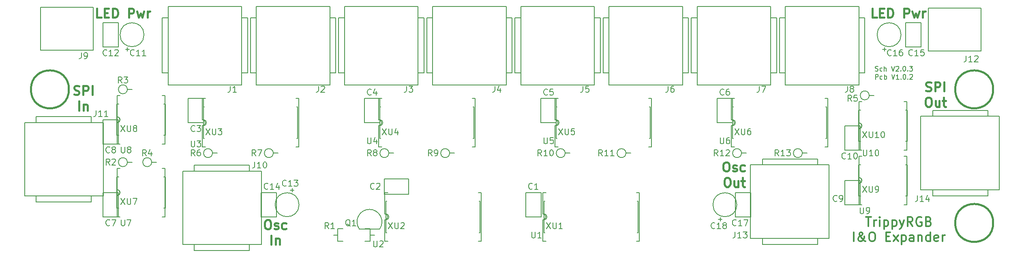
<source format=gto>
%TF.GenerationSoftware,KiCad,Pcbnew,(5.0.0-rc2-83-gda392728d)*%
%TF.CreationDate,2018-06-05T23:32:54-04:00*%
%TF.ProjectId,I&O_Epander,49264F5F4570616E6465722E6B696361,1.0.2*%
%TF.SameCoordinates,Original*%
%TF.FileFunction,Legend,Top*%
%TF.FilePolarity,Positive*%
%FSLAX46Y46*%
G04 Gerber Fmt 4.6, Leading zero omitted, Abs format (unit mm)*
G04 Created by KiCad (PCBNEW (5.0.0-rc2-83-gda392728d)) date 06/05/18 23:32:54*
%MOMM*%
%LPD*%
G01*
G04 APERTURE LIST*
%ADD10C,0.381000*%
%ADD11C,0.200000*%
%ADD12C,0.317500*%
%ADD13C,0.203200*%
G04 APERTURE END LIST*
D10*
X215854642Y-91666785D02*
X214947500Y-91666785D01*
X214947500Y-89761785D01*
X216489642Y-90668928D02*
X217124642Y-90668928D01*
X217396785Y-91666785D02*
X216489642Y-91666785D01*
X216489642Y-89761785D01*
X217396785Y-89761785D01*
X218213214Y-91666785D02*
X218213214Y-89761785D01*
X218666785Y-89761785D01*
X218938928Y-89852500D01*
X219120357Y-90033928D01*
X219211071Y-90215357D01*
X219301785Y-90578214D01*
X219301785Y-90850357D01*
X219211071Y-91213214D01*
X219120357Y-91394642D01*
X218938928Y-91576071D01*
X218666785Y-91666785D01*
X218213214Y-91666785D01*
X221569642Y-91666785D02*
X221569642Y-89761785D01*
X222295357Y-89761785D01*
X222476785Y-89852500D01*
X222567500Y-89943214D01*
X222658214Y-90124642D01*
X222658214Y-90396785D01*
X222567500Y-90578214D01*
X222476785Y-90668928D01*
X222295357Y-90759642D01*
X221569642Y-90759642D01*
X223293214Y-90396785D02*
X223656071Y-91666785D01*
X224018928Y-90759642D01*
X224381785Y-91666785D01*
X224744642Y-90396785D01*
X225470357Y-91666785D02*
X225470357Y-90396785D01*
X225470357Y-90759642D02*
X225561071Y-90578214D01*
X225651785Y-90487500D01*
X225833214Y-90396785D01*
X226014642Y-90396785D01*
X53929642Y-91666785D02*
X53022500Y-91666785D01*
X53022500Y-89761785D01*
X54564642Y-90668928D02*
X55199642Y-90668928D01*
X55471785Y-91666785D02*
X54564642Y-91666785D01*
X54564642Y-89761785D01*
X55471785Y-89761785D01*
X56288214Y-91666785D02*
X56288214Y-89761785D01*
X56741785Y-89761785D01*
X57013928Y-89852500D01*
X57195357Y-90033928D01*
X57286071Y-90215357D01*
X57376785Y-90578214D01*
X57376785Y-90850357D01*
X57286071Y-91213214D01*
X57195357Y-91394642D01*
X57013928Y-91576071D01*
X56741785Y-91666785D01*
X56288214Y-91666785D01*
X59644642Y-91666785D02*
X59644642Y-89761785D01*
X60370357Y-89761785D01*
X60551785Y-89852500D01*
X60642500Y-89943214D01*
X60733214Y-90124642D01*
X60733214Y-90396785D01*
X60642500Y-90578214D01*
X60551785Y-90668928D01*
X60370357Y-90759642D01*
X59644642Y-90759642D01*
X61368214Y-90396785D02*
X61731071Y-91666785D01*
X62093928Y-90759642D01*
X62456785Y-91666785D01*
X62819642Y-90396785D01*
X63545357Y-91666785D02*
X63545357Y-90396785D01*
X63545357Y-90759642D02*
X63636071Y-90578214D01*
X63726785Y-90487500D01*
X63908214Y-90396785D01*
X64089642Y-90396785D01*
X88528071Y-133989535D02*
X88890928Y-133989535D01*
X89072357Y-134080250D01*
X89253785Y-134261678D01*
X89344500Y-134624535D01*
X89344500Y-135259535D01*
X89253785Y-135622392D01*
X89072357Y-135803821D01*
X88890928Y-135894535D01*
X88528071Y-135894535D01*
X88346642Y-135803821D01*
X88165214Y-135622392D01*
X88074500Y-135259535D01*
X88074500Y-134624535D01*
X88165214Y-134261678D01*
X88346642Y-134080250D01*
X88528071Y-133989535D01*
X90070214Y-135803821D02*
X90251642Y-135894535D01*
X90614500Y-135894535D01*
X90795928Y-135803821D01*
X90886642Y-135622392D01*
X90886642Y-135531678D01*
X90795928Y-135350250D01*
X90614500Y-135259535D01*
X90342357Y-135259535D01*
X90160928Y-135168821D01*
X90070214Y-134987392D01*
X90070214Y-134896678D01*
X90160928Y-134715250D01*
X90342357Y-134624535D01*
X90614500Y-134624535D01*
X90795928Y-134715250D01*
X92519500Y-135803821D02*
X92338071Y-135894535D01*
X91975214Y-135894535D01*
X91793785Y-135803821D01*
X91703071Y-135713107D01*
X91612357Y-135531678D01*
X91612357Y-134987392D01*
X91703071Y-134805964D01*
X91793785Y-134715250D01*
X91975214Y-134624535D01*
X92338071Y-134624535D01*
X92519500Y-134715250D01*
X89435214Y-139133035D02*
X89435214Y-137228035D01*
X90342357Y-137863035D02*
X90342357Y-139133035D01*
X90342357Y-138044464D02*
X90433071Y-137953750D01*
X90614500Y-137863035D01*
X90886642Y-137863035D01*
X91068071Y-137953750D01*
X91158785Y-138135178D01*
X91158785Y-139133035D01*
X184286071Y-121924535D02*
X184648928Y-121924535D01*
X184830357Y-122015250D01*
X185011785Y-122196678D01*
X185102500Y-122559535D01*
X185102500Y-123194535D01*
X185011785Y-123557392D01*
X184830357Y-123738821D01*
X184648928Y-123829535D01*
X184286071Y-123829535D01*
X184104642Y-123738821D01*
X183923214Y-123557392D01*
X183832500Y-123194535D01*
X183832500Y-122559535D01*
X183923214Y-122196678D01*
X184104642Y-122015250D01*
X184286071Y-121924535D01*
X185828214Y-123738821D02*
X186009642Y-123829535D01*
X186372500Y-123829535D01*
X186553928Y-123738821D01*
X186644642Y-123557392D01*
X186644642Y-123466678D01*
X186553928Y-123285250D01*
X186372500Y-123194535D01*
X186100357Y-123194535D01*
X185918928Y-123103821D01*
X185828214Y-122922392D01*
X185828214Y-122831678D01*
X185918928Y-122650250D01*
X186100357Y-122559535D01*
X186372500Y-122559535D01*
X186553928Y-122650250D01*
X188277500Y-123738821D02*
X188096071Y-123829535D01*
X187733214Y-123829535D01*
X187551785Y-123738821D01*
X187461071Y-123648107D01*
X187370357Y-123466678D01*
X187370357Y-122922392D01*
X187461071Y-122740964D01*
X187551785Y-122650250D01*
X187733214Y-122559535D01*
X188096071Y-122559535D01*
X188277500Y-122650250D01*
X184467500Y-125163035D02*
X184830357Y-125163035D01*
X185011785Y-125253750D01*
X185193214Y-125435178D01*
X185283928Y-125798035D01*
X185283928Y-126433035D01*
X185193214Y-126795892D01*
X185011785Y-126977321D01*
X184830357Y-127068035D01*
X184467500Y-127068035D01*
X184286071Y-126977321D01*
X184104642Y-126795892D01*
X184013928Y-126433035D01*
X184013928Y-125798035D01*
X184104642Y-125435178D01*
X184286071Y-125253750D01*
X184467500Y-125163035D01*
X186916785Y-125798035D02*
X186916785Y-127068035D01*
X186100357Y-125798035D02*
X186100357Y-126795892D01*
X186191071Y-126977321D01*
X186372500Y-127068035D01*
X186644642Y-127068035D01*
X186826071Y-126977321D01*
X186916785Y-126886607D01*
X187551785Y-125798035D02*
X188277500Y-125798035D01*
X187823928Y-125163035D02*
X187823928Y-126795892D01*
X187914642Y-126977321D01*
X188096071Y-127068035D01*
X188277500Y-127068035D01*
X226141642Y-106974821D02*
X226413785Y-107065535D01*
X226867357Y-107065535D01*
X227048785Y-106974821D01*
X227139500Y-106884107D01*
X227230214Y-106702678D01*
X227230214Y-106521250D01*
X227139500Y-106339821D01*
X227048785Y-106249107D01*
X226867357Y-106158392D01*
X226504500Y-106067678D01*
X226323071Y-105976964D01*
X226232357Y-105886250D01*
X226141642Y-105704821D01*
X226141642Y-105523392D01*
X226232357Y-105341964D01*
X226323071Y-105251250D01*
X226504500Y-105160535D01*
X226958071Y-105160535D01*
X227230214Y-105251250D01*
X228046642Y-107065535D02*
X228046642Y-105160535D01*
X228772357Y-105160535D01*
X228953785Y-105251250D01*
X229044500Y-105341964D01*
X229135214Y-105523392D01*
X229135214Y-105795535D01*
X229044500Y-105976964D01*
X228953785Y-106067678D01*
X228772357Y-106158392D01*
X228046642Y-106158392D01*
X229951642Y-107065535D02*
X229951642Y-105160535D01*
X226504500Y-108399035D02*
X226867357Y-108399035D01*
X227048785Y-108489750D01*
X227230214Y-108671178D01*
X227320928Y-109034035D01*
X227320928Y-109669035D01*
X227230214Y-110031892D01*
X227048785Y-110213321D01*
X226867357Y-110304035D01*
X226504500Y-110304035D01*
X226323071Y-110213321D01*
X226141642Y-110031892D01*
X226050928Y-109669035D01*
X226050928Y-109034035D01*
X226141642Y-108671178D01*
X226323071Y-108489750D01*
X226504500Y-108399035D01*
X228953785Y-109034035D02*
X228953785Y-110304035D01*
X228137357Y-109034035D02*
X228137357Y-110031892D01*
X228228071Y-110213321D01*
X228409500Y-110304035D01*
X228681642Y-110304035D01*
X228863071Y-110213321D01*
X228953785Y-110122607D01*
X229588785Y-109034035D02*
X230314500Y-109034035D01*
X229860928Y-108399035D02*
X229860928Y-110031892D01*
X229951642Y-110213321D01*
X230133071Y-110304035D01*
X230314500Y-110304035D01*
X48214642Y-107736821D02*
X48486785Y-107827535D01*
X48940357Y-107827535D01*
X49121785Y-107736821D01*
X49212500Y-107646107D01*
X49303214Y-107464678D01*
X49303214Y-107283250D01*
X49212500Y-107101821D01*
X49121785Y-107011107D01*
X48940357Y-106920392D01*
X48577500Y-106829678D01*
X48396071Y-106738964D01*
X48305357Y-106648250D01*
X48214642Y-106466821D01*
X48214642Y-106285392D01*
X48305357Y-106103964D01*
X48396071Y-106013250D01*
X48577500Y-105922535D01*
X49031071Y-105922535D01*
X49303214Y-106013250D01*
X50119642Y-107827535D02*
X50119642Y-105922535D01*
X50845357Y-105922535D01*
X51026785Y-106013250D01*
X51117500Y-106103964D01*
X51208214Y-106285392D01*
X51208214Y-106557535D01*
X51117500Y-106738964D01*
X51026785Y-106829678D01*
X50845357Y-106920392D01*
X50119642Y-106920392D01*
X52024642Y-107827535D02*
X52024642Y-105922535D01*
X49303214Y-111066035D02*
X49303214Y-109161035D01*
X50210357Y-109796035D02*
X50210357Y-111066035D01*
X50210357Y-109977464D02*
X50301071Y-109886750D01*
X50482500Y-109796035D01*
X50754642Y-109796035D01*
X50936071Y-109886750D01*
X51026785Y-110068178D01*
X51026785Y-111066035D01*
D11*
X215575047Y-102805761D02*
X215717904Y-102853380D01*
X215956000Y-102853380D01*
X216051238Y-102805761D01*
X216098857Y-102758142D01*
X216146476Y-102662904D01*
X216146476Y-102567666D01*
X216098857Y-102472428D01*
X216051238Y-102424809D01*
X215956000Y-102377190D01*
X215765523Y-102329571D01*
X215670285Y-102281952D01*
X215622666Y-102234333D01*
X215575047Y-102139095D01*
X215575047Y-102043857D01*
X215622666Y-101948619D01*
X215670285Y-101901000D01*
X215765523Y-101853380D01*
X216003619Y-101853380D01*
X216146476Y-101901000D01*
X217003619Y-102805761D02*
X216908380Y-102853380D01*
X216717904Y-102853380D01*
X216622666Y-102805761D01*
X216575047Y-102758142D01*
X216527428Y-102662904D01*
X216527428Y-102377190D01*
X216575047Y-102281952D01*
X216622666Y-102234333D01*
X216717904Y-102186714D01*
X216908380Y-102186714D01*
X217003619Y-102234333D01*
X217432190Y-102853380D02*
X217432190Y-101853380D01*
X217860761Y-102853380D02*
X217860761Y-102329571D01*
X217813142Y-102234333D01*
X217717904Y-102186714D01*
X217575047Y-102186714D01*
X217479809Y-102234333D01*
X217432190Y-102281952D01*
X218956000Y-101853380D02*
X219289333Y-102853380D01*
X219622666Y-101853380D01*
X219908380Y-101948619D02*
X219956000Y-101901000D01*
X220051238Y-101853380D01*
X220289333Y-101853380D01*
X220384571Y-101901000D01*
X220432190Y-101948619D01*
X220479809Y-102043857D01*
X220479809Y-102139095D01*
X220432190Y-102281952D01*
X219860761Y-102853380D01*
X220479809Y-102853380D01*
X220908380Y-102758142D02*
X220956000Y-102805761D01*
X220908380Y-102853380D01*
X220860761Y-102805761D01*
X220908380Y-102758142D01*
X220908380Y-102853380D01*
X221575047Y-101853380D02*
X221670285Y-101853380D01*
X221765523Y-101901000D01*
X221813142Y-101948619D01*
X221860761Y-102043857D01*
X221908380Y-102234333D01*
X221908380Y-102472428D01*
X221860761Y-102662904D01*
X221813142Y-102758142D01*
X221765523Y-102805761D01*
X221670285Y-102853380D01*
X221575047Y-102853380D01*
X221479809Y-102805761D01*
X221432190Y-102758142D01*
X221384571Y-102662904D01*
X221336952Y-102472428D01*
X221336952Y-102234333D01*
X221384571Y-102043857D01*
X221432190Y-101948619D01*
X221479809Y-101901000D01*
X221575047Y-101853380D01*
X222336952Y-102758142D02*
X222384571Y-102805761D01*
X222336952Y-102853380D01*
X222289333Y-102805761D01*
X222336952Y-102758142D01*
X222336952Y-102853380D01*
X222717904Y-101853380D02*
X223336952Y-101853380D01*
X223003619Y-102234333D01*
X223146476Y-102234333D01*
X223241714Y-102281952D01*
X223289333Y-102329571D01*
X223336952Y-102424809D01*
X223336952Y-102662904D01*
X223289333Y-102758142D01*
X223241714Y-102805761D01*
X223146476Y-102853380D01*
X222860761Y-102853380D01*
X222765523Y-102805761D01*
X222717904Y-102758142D01*
X215598857Y-104553380D02*
X215598857Y-103553380D01*
X215979809Y-103553380D01*
X216075047Y-103601000D01*
X216122666Y-103648619D01*
X216170285Y-103743857D01*
X216170285Y-103886714D01*
X216122666Y-103981952D01*
X216075047Y-104029571D01*
X215979809Y-104077190D01*
X215598857Y-104077190D01*
X217027428Y-104505761D02*
X216932190Y-104553380D01*
X216741714Y-104553380D01*
X216646476Y-104505761D01*
X216598857Y-104458142D01*
X216551238Y-104362904D01*
X216551238Y-104077190D01*
X216598857Y-103981952D01*
X216646476Y-103934333D01*
X216741714Y-103886714D01*
X216932190Y-103886714D01*
X217027428Y-103934333D01*
X217456000Y-104553380D02*
X217456000Y-103553380D01*
X217456000Y-103934333D02*
X217551238Y-103886714D01*
X217741714Y-103886714D01*
X217836952Y-103934333D01*
X217884571Y-103981952D01*
X217932190Y-104077190D01*
X217932190Y-104362904D01*
X217884571Y-104458142D01*
X217836952Y-104505761D01*
X217741714Y-104553380D01*
X217551238Y-104553380D01*
X217456000Y-104505761D01*
X218979809Y-103553380D02*
X219313142Y-104553380D01*
X219646476Y-103553380D01*
X220503619Y-104553380D02*
X219932190Y-104553380D01*
X220217904Y-104553380D02*
X220217904Y-103553380D01*
X220122666Y-103696238D01*
X220027428Y-103791476D01*
X219932190Y-103839095D01*
X220932190Y-104458142D02*
X220979809Y-104505761D01*
X220932190Y-104553380D01*
X220884571Y-104505761D01*
X220932190Y-104458142D01*
X220932190Y-104553380D01*
X221598857Y-103553380D02*
X221694095Y-103553380D01*
X221789333Y-103601000D01*
X221836952Y-103648619D01*
X221884571Y-103743857D01*
X221932190Y-103934333D01*
X221932190Y-104172428D01*
X221884571Y-104362904D01*
X221836952Y-104458142D01*
X221789333Y-104505761D01*
X221694095Y-104553380D01*
X221598857Y-104553380D01*
X221503619Y-104505761D01*
X221456000Y-104458142D01*
X221408380Y-104362904D01*
X221360761Y-104172428D01*
X221360761Y-103934333D01*
X221408380Y-103743857D01*
X221456000Y-103648619D01*
X221503619Y-103601000D01*
X221598857Y-103553380D01*
X222360761Y-104458142D02*
X222408380Y-104505761D01*
X222360761Y-104553380D01*
X222313142Y-104505761D01*
X222360761Y-104458142D01*
X222360761Y-104553380D01*
X222789333Y-103648619D02*
X222836952Y-103601000D01*
X222932190Y-103553380D01*
X223170285Y-103553380D01*
X223265523Y-103601000D01*
X223313142Y-103648619D01*
X223360761Y-103743857D01*
X223360761Y-103839095D01*
X223313142Y-103981952D01*
X222741714Y-104553380D01*
X223360761Y-104553380D01*
D12*
X213577714Y-133386285D02*
X214666285Y-133386285D01*
X214122000Y-135291285D02*
X214122000Y-133386285D01*
X215301285Y-135291285D02*
X215301285Y-134021285D01*
X215301285Y-134384142D02*
X215392000Y-134202714D01*
X215482714Y-134112000D01*
X215664142Y-134021285D01*
X215845571Y-134021285D01*
X216480571Y-135291285D02*
X216480571Y-134021285D01*
X216480571Y-133386285D02*
X216389857Y-133477000D01*
X216480571Y-133567714D01*
X216571285Y-133477000D01*
X216480571Y-133386285D01*
X216480571Y-133567714D01*
X217387714Y-134021285D02*
X217387714Y-135926285D01*
X217387714Y-134112000D02*
X217569142Y-134021285D01*
X217932000Y-134021285D01*
X218113428Y-134112000D01*
X218204142Y-134202714D01*
X218294857Y-134384142D01*
X218294857Y-134928428D01*
X218204142Y-135109857D01*
X218113428Y-135200571D01*
X217932000Y-135291285D01*
X217569142Y-135291285D01*
X217387714Y-135200571D01*
X219111285Y-134021285D02*
X219111285Y-135926285D01*
X219111285Y-134112000D02*
X219292714Y-134021285D01*
X219655571Y-134021285D01*
X219837000Y-134112000D01*
X219927714Y-134202714D01*
X220018428Y-134384142D01*
X220018428Y-134928428D01*
X219927714Y-135109857D01*
X219837000Y-135200571D01*
X219655571Y-135291285D01*
X219292714Y-135291285D01*
X219111285Y-135200571D01*
X220653428Y-134021285D02*
X221107000Y-135291285D01*
X221560571Y-134021285D02*
X221107000Y-135291285D01*
X220925571Y-135744857D01*
X220834857Y-135835571D01*
X220653428Y-135926285D01*
X223374857Y-135291285D02*
X222739857Y-134384142D01*
X222286285Y-135291285D02*
X222286285Y-133386285D01*
X223012000Y-133386285D01*
X223193428Y-133477000D01*
X223284142Y-133567714D01*
X223374857Y-133749142D01*
X223374857Y-134021285D01*
X223284142Y-134202714D01*
X223193428Y-134293428D01*
X223012000Y-134384142D01*
X222286285Y-134384142D01*
X225189142Y-133477000D02*
X225007714Y-133386285D01*
X224735571Y-133386285D01*
X224463428Y-133477000D01*
X224282000Y-133658428D01*
X224191285Y-133839857D01*
X224100571Y-134202714D01*
X224100571Y-134474857D01*
X224191285Y-134837714D01*
X224282000Y-135019142D01*
X224463428Y-135200571D01*
X224735571Y-135291285D01*
X224917000Y-135291285D01*
X225189142Y-135200571D01*
X225279857Y-135109857D01*
X225279857Y-134474857D01*
X224917000Y-134474857D01*
X226731285Y-134293428D02*
X227003428Y-134384142D01*
X227094142Y-134474857D01*
X227184857Y-134656285D01*
X227184857Y-134928428D01*
X227094142Y-135109857D01*
X227003428Y-135200571D01*
X226822000Y-135291285D01*
X226096285Y-135291285D01*
X226096285Y-133386285D01*
X226731285Y-133386285D01*
X226912714Y-133477000D01*
X227003428Y-133567714D01*
X227094142Y-133749142D01*
X227094142Y-133930571D01*
X227003428Y-134112000D01*
X226912714Y-134202714D01*
X226731285Y-134293428D01*
X226096285Y-134293428D01*
X211083071Y-138466285D02*
X211083071Y-136561285D01*
X213532357Y-138466285D02*
X213441642Y-138466285D01*
X213260214Y-138375571D01*
X212988071Y-138103428D01*
X212534500Y-137559142D01*
X212353071Y-137287000D01*
X212262357Y-137014857D01*
X212262357Y-136833428D01*
X212353071Y-136652000D01*
X212534500Y-136561285D01*
X212625214Y-136561285D01*
X212806642Y-136652000D01*
X212897357Y-136833428D01*
X212897357Y-136924142D01*
X212806642Y-137105571D01*
X212715928Y-137196285D01*
X212171642Y-137559142D01*
X212080928Y-137649857D01*
X211990214Y-137831285D01*
X211990214Y-138103428D01*
X212080928Y-138284857D01*
X212171642Y-138375571D01*
X212353071Y-138466285D01*
X212625214Y-138466285D01*
X212806642Y-138375571D01*
X212897357Y-138284857D01*
X213169500Y-137922000D01*
X213260214Y-137649857D01*
X213260214Y-137468428D01*
X214711642Y-136561285D02*
X215074500Y-136561285D01*
X215255928Y-136652000D01*
X215437357Y-136833428D01*
X215528071Y-137196285D01*
X215528071Y-137831285D01*
X215437357Y-138194142D01*
X215255928Y-138375571D01*
X215074500Y-138466285D01*
X214711642Y-138466285D01*
X214530214Y-138375571D01*
X214348785Y-138194142D01*
X214258071Y-137831285D01*
X214258071Y-137196285D01*
X214348785Y-136833428D01*
X214530214Y-136652000D01*
X214711642Y-136561285D01*
X217795928Y-137468428D02*
X218430928Y-137468428D01*
X218703071Y-138466285D02*
X217795928Y-138466285D01*
X217795928Y-136561285D01*
X218703071Y-136561285D01*
X219338071Y-138466285D02*
X220335928Y-137196285D01*
X219338071Y-137196285D02*
X220335928Y-138466285D01*
X221061642Y-137196285D02*
X221061642Y-139101285D01*
X221061642Y-137287000D02*
X221243071Y-137196285D01*
X221605928Y-137196285D01*
X221787357Y-137287000D01*
X221878071Y-137377714D01*
X221968785Y-137559142D01*
X221968785Y-138103428D01*
X221878071Y-138284857D01*
X221787357Y-138375571D01*
X221605928Y-138466285D01*
X221243071Y-138466285D01*
X221061642Y-138375571D01*
X223601642Y-138466285D02*
X223601642Y-137468428D01*
X223510928Y-137287000D01*
X223329500Y-137196285D01*
X222966642Y-137196285D01*
X222785214Y-137287000D01*
X223601642Y-138375571D02*
X223420214Y-138466285D01*
X222966642Y-138466285D01*
X222785214Y-138375571D01*
X222694500Y-138194142D01*
X222694500Y-138012714D01*
X222785214Y-137831285D01*
X222966642Y-137740571D01*
X223420214Y-137740571D01*
X223601642Y-137649857D01*
X224508785Y-137196285D02*
X224508785Y-138466285D01*
X224508785Y-137377714D02*
X224599500Y-137287000D01*
X224780928Y-137196285D01*
X225053071Y-137196285D01*
X225234500Y-137287000D01*
X225325214Y-137468428D01*
X225325214Y-138466285D01*
X227048785Y-138466285D02*
X227048785Y-136561285D01*
X227048785Y-138375571D02*
X226867357Y-138466285D01*
X226504500Y-138466285D01*
X226323071Y-138375571D01*
X226232357Y-138284857D01*
X226141642Y-138103428D01*
X226141642Y-137559142D01*
X226232357Y-137377714D01*
X226323071Y-137287000D01*
X226504500Y-137196285D01*
X226867357Y-137196285D01*
X227048785Y-137287000D01*
X228681642Y-138375571D02*
X228500214Y-138466285D01*
X228137357Y-138466285D01*
X227955928Y-138375571D01*
X227865214Y-138194142D01*
X227865214Y-137468428D01*
X227955928Y-137287000D01*
X228137357Y-137196285D01*
X228500214Y-137196285D01*
X228681642Y-137287000D01*
X228772357Y-137468428D01*
X228772357Y-137649857D01*
X227865214Y-137831285D01*
X229588785Y-138466285D02*
X229588785Y-137196285D01*
X229588785Y-137559142D02*
X229679500Y-137377714D01*
X229770214Y-137287000D01*
X229951642Y-137196285D01*
X230133071Y-137196285D01*
D13*
%TO.C,C11*%
X62825000Y-95250000D02*
G75*
G03X62825000Y-95250000I-2500000J0D01*
G01*
%TO.C,U6*%
X185480000Y-113030000D02*
X185480000Y-108585000D01*
X205680000Y-108585000D02*
X205030000Y-108585000D01*
X205680000Y-118745000D02*
X205680000Y-108585000D01*
X205030000Y-118745000D02*
X205680000Y-118745000D01*
X185480000Y-108585000D02*
X186130000Y-108585000D01*
X185480000Y-118745000D02*
X185480000Y-114300000D01*
X186130000Y-118745000D02*
X185480000Y-118745000D01*
X185480000Y-114300000D02*
G75*
G03X185480000Y-113030000I0J635000D01*
G01*
%TO.C,U5*%
X148650000Y-113030000D02*
X148650000Y-108585000D01*
X168850000Y-108585000D02*
X168200000Y-108585000D01*
X168850000Y-118745000D02*
X168850000Y-108585000D01*
X168200000Y-118745000D02*
X168850000Y-118745000D01*
X148650000Y-108585000D02*
X149300000Y-108585000D01*
X148650000Y-118745000D02*
X148650000Y-114300000D01*
X149300000Y-118745000D02*
X148650000Y-118745000D01*
X148650000Y-114300000D02*
G75*
G03X148650000Y-113030000I0J635000D01*
G01*
%TO.C,U4*%
X111820000Y-113030000D02*
X111820000Y-108585000D01*
X132020000Y-108585000D02*
X131370000Y-108585000D01*
X132020000Y-118745000D02*
X132020000Y-108585000D01*
X131370000Y-118745000D02*
X132020000Y-118745000D01*
X111820000Y-108585000D02*
X112470000Y-108585000D01*
X111820000Y-118745000D02*
X111820000Y-114300000D01*
X112470000Y-118745000D02*
X111820000Y-118745000D01*
X111820000Y-114300000D02*
G75*
G03X111820000Y-113030000I0J635000D01*
G01*
%TO.C,U3*%
X74990000Y-113030000D02*
X74990000Y-108585000D01*
X95190000Y-108585000D02*
X94540000Y-108585000D01*
X95190000Y-118745000D02*
X95190000Y-108585000D01*
X94540000Y-118745000D02*
X95190000Y-118745000D01*
X74990000Y-108585000D02*
X75640000Y-108585000D01*
X74990000Y-118745000D02*
X74990000Y-114300000D01*
X75640000Y-118745000D02*
X74990000Y-118745000D01*
X74990000Y-114300000D02*
G75*
G03X74990000Y-113030000I0J635000D01*
G01*
%TO.C,U2*%
X113090000Y-132715000D02*
X113090000Y-128270000D01*
X133290000Y-128270000D02*
X132640000Y-128270000D01*
X133290000Y-138430000D02*
X133290000Y-128270000D01*
X132640000Y-138430000D02*
X133290000Y-138430000D01*
X113090000Y-128270000D02*
X113740000Y-128270000D01*
X113090000Y-138430000D02*
X113090000Y-133985000D01*
X113740000Y-138430000D02*
X113090000Y-138430000D01*
X113090000Y-133985000D02*
G75*
G03X113090000Y-132715000I0J635000D01*
G01*
%TO.C,U1*%
X146110000Y-132715000D02*
X146110000Y-128270000D01*
X166310000Y-128270000D02*
X165660000Y-128270000D01*
X166310000Y-138430000D02*
X166310000Y-128270000D01*
X165660000Y-138430000D02*
X166310000Y-138430000D01*
X146110000Y-128270000D02*
X146760000Y-128270000D01*
X146110000Y-138430000D02*
X146110000Y-133985000D01*
X146760000Y-138430000D02*
X146110000Y-138430000D01*
X146110000Y-133985000D02*
G75*
G03X146110000Y-132715000I0J635000D01*
G01*
%TO.C,XU6*%
X185730000Y-110365000D02*
X185940000Y-110365000D01*
X185730000Y-116965000D02*
X185730000Y-110365000D01*
X185940000Y-116965000D02*
X185730000Y-116965000D01*
X205430000Y-110365000D02*
X205220000Y-110365000D01*
X205430000Y-116965000D02*
X205430000Y-110365000D01*
X205220000Y-116965000D02*
X205430000Y-116965000D01*
X185730000Y-114300000D02*
G75*
G03X185730000Y-113030000I0J635000D01*
G01*
%TO.C,XU5*%
X148900000Y-110365000D02*
X149110000Y-110365000D01*
X148900000Y-116965000D02*
X148900000Y-110365000D01*
X149110000Y-116965000D02*
X148900000Y-116965000D01*
X168600000Y-110365000D02*
X168390000Y-110365000D01*
X168600000Y-116965000D02*
X168600000Y-110365000D01*
X168390000Y-116965000D02*
X168600000Y-116965000D01*
X148900000Y-114300000D02*
G75*
G03X148900000Y-113030000I0J635000D01*
G01*
%TO.C,XU4*%
X112070000Y-110365000D02*
X112280000Y-110365000D01*
X112070000Y-116965000D02*
X112070000Y-110365000D01*
X112280000Y-116965000D02*
X112070000Y-116965000D01*
X131770000Y-110365000D02*
X131560000Y-110365000D01*
X131770000Y-116965000D02*
X131770000Y-110365000D01*
X131560000Y-116965000D02*
X131770000Y-116965000D01*
X112070000Y-114300000D02*
G75*
G03X112070000Y-113030000I0J635000D01*
G01*
%TO.C,XU3*%
X75240000Y-110365000D02*
X75450000Y-110365000D01*
X75240000Y-116965000D02*
X75240000Y-110365000D01*
X75450000Y-116965000D02*
X75240000Y-116965000D01*
X94940000Y-110365000D02*
X94730000Y-110365000D01*
X94940000Y-116965000D02*
X94940000Y-110365000D01*
X94730000Y-116965000D02*
X94940000Y-116965000D01*
X75240000Y-114300000D02*
G75*
G03X75240000Y-113030000I0J635000D01*
G01*
%TO.C,XU2*%
X113340000Y-130050000D02*
X113550000Y-130050000D01*
X113340000Y-136650000D02*
X113340000Y-130050000D01*
X113550000Y-136650000D02*
X113340000Y-136650000D01*
X133040000Y-130050000D02*
X132830000Y-130050000D01*
X133040000Y-136650000D02*
X133040000Y-130050000D01*
X132830000Y-136650000D02*
X133040000Y-136650000D01*
X113340000Y-133985000D02*
G75*
G03X113340000Y-132715000I0J635000D01*
G01*
%TO.C,XU1*%
X146360000Y-130050000D02*
X146570000Y-130050000D01*
X146360000Y-136650000D02*
X146360000Y-130050000D01*
X146570000Y-136650000D02*
X146360000Y-136650000D01*
X166060000Y-130050000D02*
X165850000Y-130050000D01*
X166060000Y-136650000D02*
X166060000Y-130050000D01*
X165850000Y-136650000D02*
X166060000Y-136650000D01*
X146360000Y-133985000D02*
G75*
G03X146360000Y-132715000I0J635000D01*
G01*
%TO.C,U10*%
X222186500Y-109220000D02*
X221576900Y-109220000D01*
X222186500Y-119380000D02*
X222186500Y-109220000D01*
X221576900Y-119380000D02*
X222186500Y-119380000D01*
X212153500Y-109220000D02*
X212763100Y-109220000D01*
X212153500Y-119380000D02*
X212153500Y-109220000D01*
X212763100Y-119380000D02*
X212153500Y-119380000D01*
X212153500Y-114935000D02*
G75*
G03X212153500Y-113665000I0J635000D01*
G01*
%TO.C,U9*%
X222186500Y-120650000D02*
X221576900Y-120650000D01*
X222186500Y-130810000D02*
X222186500Y-120650000D01*
X221576900Y-130810000D02*
X222186500Y-130810000D01*
X212153500Y-120650000D02*
X212763100Y-120650000D01*
X212153500Y-130810000D02*
X212153500Y-120650000D01*
X212763100Y-130810000D02*
X212153500Y-130810000D01*
X212153500Y-126365000D02*
G75*
G03X212153500Y-125095000I0J635000D01*
G01*
%TO.C,U8*%
X67246500Y-107950000D02*
X66636900Y-107950000D01*
X67246500Y-118110000D02*
X67246500Y-107950000D01*
X66636900Y-118110000D02*
X67246500Y-118110000D01*
X57213500Y-107950000D02*
X57823100Y-107950000D01*
X57213500Y-118110000D02*
X57213500Y-107950000D01*
X57823100Y-118110000D02*
X57213500Y-118110000D01*
X57213500Y-113665000D02*
G75*
G03X57213500Y-112395000I0J635000D01*
G01*
%TO.C,U7*%
X67246500Y-123190000D02*
X66636900Y-123190000D01*
X67246500Y-133350000D02*
X67246500Y-123190000D01*
X66636900Y-133350000D02*
X67246500Y-133350000D01*
X57213500Y-123190000D02*
X57823100Y-123190000D01*
X57213500Y-133350000D02*
X57213500Y-123190000D01*
X57823100Y-133350000D02*
X57213500Y-133350000D01*
X57213500Y-128905000D02*
G75*
G03X57213500Y-127635000I0J635000D01*
G01*
%TO.C,XU10*%
X212090000Y-111048800D02*
X212471000Y-111048800D01*
X212090000Y-117551200D02*
X212090000Y-111048800D01*
X212471000Y-117551200D02*
X212090000Y-117551200D01*
X222250000Y-111048800D02*
X221869000Y-111048800D01*
X222250000Y-117551200D02*
X222250000Y-111048800D01*
X221869000Y-117551200D02*
X222250000Y-117551200D01*
X212090000Y-114935000D02*
G75*
G03X212090000Y-113665000I0J635000D01*
G01*
%TO.C,XU9*%
X212090000Y-122478800D02*
X212471000Y-122478800D01*
X212090000Y-128981200D02*
X212090000Y-122478800D01*
X212471000Y-128981200D02*
X212090000Y-128981200D01*
X222250000Y-122478800D02*
X221869000Y-122478800D01*
X222250000Y-128981200D02*
X222250000Y-122478800D01*
X221869000Y-128981200D02*
X222250000Y-128981200D01*
X212090000Y-126365000D02*
G75*
G03X212090000Y-125095000I0J635000D01*
G01*
%TO.C,XU8*%
X57150000Y-109778800D02*
X57531000Y-109778800D01*
X57150000Y-116281200D02*
X57150000Y-109778800D01*
X57531000Y-116281200D02*
X57150000Y-116281200D01*
X67310000Y-109778800D02*
X66929000Y-109778800D01*
X67310000Y-116281200D02*
X67310000Y-109778800D01*
X66929000Y-116281200D02*
X67310000Y-116281200D01*
X57150000Y-113665000D02*
G75*
G03X57150000Y-112395000I0J635000D01*
G01*
%TO.C,XU7*%
X57150000Y-125018800D02*
X57531000Y-125018800D01*
X57150000Y-131521200D02*
X57150000Y-125018800D01*
X57531000Y-131521200D02*
X57150000Y-131521200D01*
X67310000Y-125018800D02*
X66929000Y-125018800D01*
X67310000Y-131521200D02*
X67310000Y-125018800D01*
X66929000Y-131521200D02*
X67310000Y-131521200D01*
X57150000Y-128905000D02*
G75*
G03X57150000Y-127635000I0J635000D01*
G01*
%TO.C,C17*%
X189560200Y-133362700D02*
X186359800Y-133362700D01*
X189560200Y-128257300D02*
X189560200Y-133362700D01*
X186359800Y-128257300D02*
X189560200Y-128257300D01*
X186359800Y-133362700D02*
X186359800Y-128257300D01*
%TO.C,C15*%
X225120200Y-97802700D02*
X221919800Y-97802700D01*
X225120200Y-92697300D02*
X225120200Y-97802700D01*
X221919800Y-92697300D02*
X225120200Y-92697300D01*
X221919800Y-97802700D02*
X221919800Y-92697300D01*
%TO.C,C14*%
X87299800Y-128257300D02*
X90500200Y-128257300D01*
X87299800Y-133362700D02*
X87299800Y-128257300D01*
X90500200Y-133362700D02*
X87299800Y-133362700D01*
X90500200Y-128257300D02*
X90500200Y-133362700D01*
%TO.C,C12*%
X57480200Y-97802700D02*
X54279800Y-97802700D01*
X57480200Y-92697300D02*
X57480200Y-97802700D01*
X54279800Y-92697300D02*
X57480200Y-92697300D01*
X54279800Y-97802700D02*
X54279800Y-92697300D01*
%TO.C,C10*%
X212420200Y-119392700D02*
X209219800Y-119392700D01*
X212420200Y-114287300D02*
X212420200Y-119392700D01*
X209219800Y-114287300D02*
X212420200Y-114287300D01*
X209219800Y-119392700D02*
X209219800Y-114287300D01*
%TO.C,C9*%
X212420200Y-130822700D02*
X209219800Y-130822700D01*
X212420200Y-125717300D02*
X212420200Y-130822700D01*
X209219800Y-125717300D02*
X212420200Y-125717300D01*
X209219800Y-130822700D02*
X209219800Y-125717300D01*
%TO.C,C8*%
X57480200Y-118122700D02*
X54279800Y-118122700D01*
X57480200Y-113017300D02*
X57480200Y-118122700D01*
X54279800Y-113017300D02*
X57480200Y-113017300D01*
X54279800Y-118122700D02*
X54279800Y-113017300D01*
%TO.C,C7*%
X57480200Y-133362700D02*
X54279800Y-133362700D01*
X57480200Y-128257300D02*
X57480200Y-133362700D01*
X54279800Y-128257300D02*
X57480200Y-128257300D01*
X54279800Y-133362700D02*
X54279800Y-128257300D01*
%TO.C,C6*%
X182549800Y-108572300D02*
X185750200Y-108572300D01*
X182549800Y-113677700D02*
X182549800Y-108572300D01*
X185750200Y-113677700D02*
X182549800Y-113677700D01*
X185750200Y-108572300D02*
X185750200Y-113677700D01*
%TO.C,C5*%
X145719800Y-108572300D02*
X148920200Y-108572300D01*
X145719800Y-113677700D02*
X145719800Y-108572300D01*
X148920200Y-113677700D02*
X145719800Y-113677700D01*
X148920200Y-108572300D02*
X148920200Y-113677700D01*
%TO.C,C4*%
X108889800Y-108572300D02*
X112090200Y-108572300D01*
X108889800Y-113677700D02*
X108889800Y-108572300D01*
X112090200Y-113677700D02*
X108889800Y-113677700D01*
X112090200Y-108572300D02*
X112090200Y-113677700D01*
%TO.C,C3*%
X72059800Y-108572300D02*
X75260200Y-108572300D01*
X72059800Y-113677700D02*
X72059800Y-108572300D01*
X75260200Y-113677700D02*
X72059800Y-113677700D01*
X75260200Y-108572300D02*
X75260200Y-113677700D01*
%TO.C,C2*%
X113017300Y-128600200D02*
X113017300Y-125399800D01*
X118122700Y-128600200D02*
X113017300Y-128600200D01*
X118122700Y-125399800D02*
X118122700Y-128600200D01*
X113017300Y-125399800D02*
X118122700Y-125399800D01*
%TO.C,C1*%
X142544800Y-128257300D02*
X145745200Y-128257300D01*
X142544800Y-133362700D02*
X142544800Y-128257300D01*
X145745200Y-133362700D02*
X142544800Y-133362700D01*
X145745200Y-128257300D02*
X145745200Y-133362700D01*
%TO.C,C18*%
X186650000Y-130810000D02*
G75*
G03X186650000Y-130810000I-2500000J0D01*
G01*
%TO.C,C16*%
X220940000Y-95250000D02*
G75*
G03X220940000Y-95250000I-2500000J0D01*
G01*
%TO.C,C13*%
X95210000Y-130810000D02*
G75*
G03X95210000Y-130810000I-2500000J0D01*
G01*
%TO.C,Q1*%
X107807660Y-135915250D02*
X112029340Y-135915250D01*
X112029374Y-135915199D02*
G75*
G03X107807700Y-135915300I-2110874J1523949D01*
G01*
D10*
%TO.C,MH2*%
X240190000Y-134620000D02*
G75*
G03X240190000Y-134620000I-3970000J0D01*
G01*
%TO.C,MH3*%
X240190000Y-106680000D02*
G75*
G03X240190000Y-106680000I-3970000J0D01*
G01*
%TO.C,MH4*%
X47150000Y-106680000D02*
G75*
G03X47150000Y-106680000I-3970000J0D01*
G01*
D13*
%TO.C,J12*%
X226640000Y-89660000D02*
X237640000Y-89660000D01*
X237640000Y-89660000D02*
X237640000Y-98660000D01*
X237640000Y-98660000D02*
X226640000Y-98660000D01*
X226640000Y-98660000D02*
X226640000Y-89660000D01*
%TO.C,J9*%
X41220000Y-89480000D02*
X52220000Y-89480000D01*
X52220000Y-89480000D02*
X52220000Y-98480000D01*
X52220000Y-98480000D02*
X41220000Y-98480000D01*
X41220000Y-98480000D02*
X41220000Y-89480000D01*
%TO.C,J3*%
X103470000Y-103235000D02*
X104710000Y-103235000D01*
X103470000Y-91735000D02*
X104710000Y-91735000D01*
X121310000Y-91735000D02*
X120070000Y-91735000D01*
X121310000Y-103235000D02*
X120070000Y-103235000D01*
X104710000Y-89385000D02*
X104710000Y-105785000D01*
X121310000Y-91735000D02*
X121310000Y-103235000D01*
X104710000Y-89385000D02*
X120070000Y-89385000D01*
X103470000Y-103235000D02*
X103470000Y-91735000D01*
X120070000Y-105785000D02*
X104710000Y-105785000D01*
X120070000Y-89385000D02*
X120070000Y-105785000D01*
%TO.C,J8*%
X195545000Y-103235000D02*
X196785000Y-103235000D01*
X195545000Y-91735000D02*
X196785000Y-91735000D01*
X213385000Y-91735000D02*
X212145000Y-91735000D01*
X213385000Y-103235000D02*
X212145000Y-103235000D01*
X196785000Y-89385000D02*
X196785000Y-105785000D01*
X213385000Y-91735000D02*
X213385000Y-103235000D01*
X196785000Y-89385000D02*
X212145000Y-89385000D01*
X195545000Y-103235000D02*
X195545000Y-91735000D01*
X212145000Y-105785000D02*
X196785000Y-105785000D01*
X212145000Y-89385000D02*
X212145000Y-105785000D01*
%TO.C,J14*%
X227600000Y-111090000D02*
X227600000Y-112330000D01*
X239100000Y-111090000D02*
X239100000Y-112330000D01*
X239100000Y-128930000D02*
X239100000Y-127690000D01*
X227600000Y-128930000D02*
X227600000Y-127690000D01*
X241450000Y-112330000D02*
X225050000Y-112330000D01*
X239100000Y-128930000D02*
X227600000Y-128930000D01*
X241450000Y-112330000D02*
X241450000Y-127690000D01*
X227600000Y-111090000D02*
X239100000Y-111090000D01*
X225050000Y-127690000D02*
X225050000Y-112330000D01*
X241450000Y-127690000D02*
X225050000Y-127690000D01*
%TO.C,J13*%
X192040000Y-121250000D02*
X192040000Y-122490000D01*
X203540000Y-121250000D02*
X203540000Y-122490000D01*
X203540000Y-139090000D02*
X203540000Y-137850000D01*
X192040000Y-139090000D02*
X192040000Y-137850000D01*
X205890000Y-122490000D02*
X189490000Y-122490000D01*
X203540000Y-139090000D02*
X192040000Y-139090000D01*
X205890000Y-122490000D02*
X205890000Y-137850000D01*
X192040000Y-121250000D02*
X203540000Y-121250000D01*
X189490000Y-137850000D02*
X189490000Y-122490000D01*
X205890000Y-137850000D02*
X189490000Y-137850000D01*
%TO.C,J11*%
X51800000Y-130210000D02*
X51800000Y-128970000D01*
X40300000Y-130210000D02*
X40300000Y-128970000D01*
X40300000Y-112370000D02*
X40300000Y-113610000D01*
X51800000Y-112370000D02*
X51800000Y-113610000D01*
X37950000Y-128970000D02*
X54350000Y-128970000D01*
X40300000Y-112370000D02*
X51800000Y-112370000D01*
X37950000Y-128970000D02*
X37950000Y-113610000D01*
X51800000Y-130210000D02*
X40300000Y-130210000D01*
X54350000Y-113610000D02*
X54350000Y-128970000D01*
X37950000Y-113610000D02*
X54350000Y-113610000D01*
%TO.C,J10*%
X84820000Y-140370000D02*
X84820000Y-139130000D01*
X73320000Y-140370000D02*
X73320000Y-139130000D01*
X73320000Y-122530000D02*
X73320000Y-123770000D01*
X84820000Y-122530000D02*
X84820000Y-123770000D01*
X70970000Y-139130000D02*
X87370000Y-139130000D01*
X73320000Y-122530000D02*
X84820000Y-122530000D01*
X70970000Y-139130000D02*
X70970000Y-123770000D01*
X84820000Y-140370000D02*
X73320000Y-140370000D01*
X87370000Y-123770000D02*
X87370000Y-139130000D01*
X70970000Y-123770000D02*
X87370000Y-123770000D01*
%TO.C,J7*%
X177130000Y-103235000D02*
X178370000Y-103235000D01*
X177130000Y-91735000D02*
X178370000Y-91735000D01*
X194970000Y-91735000D02*
X193730000Y-91735000D01*
X194970000Y-103235000D02*
X193730000Y-103235000D01*
X178370000Y-89385000D02*
X178370000Y-105785000D01*
X194970000Y-91735000D02*
X194970000Y-103235000D01*
X178370000Y-89385000D02*
X193730000Y-89385000D01*
X177130000Y-103235000D02*
X177130000Y-91735000D01*
X193730000Y-105785000D02*
X178370000Y-105785000D01*
X193730000Y-89385000D02*
X193730000Y-105785000D01*
%TO.C,J6*%
X158715000Y-103235000D02*
X159955000Y-103235000D01*
X158715000Y-91735000D02*
X159955000Y-91735000D01*
X176555000Y-91735000D02*
X175315000Y-91735000D01*
X176555000Y-103235000D02*
X175315000Y-103235000D01*
X159955000Y-89385000D02*
X159955000Y-105785000D01*
X176555000Y-91735000D02*
X176555000Y-103235000D01*
X159955000Y-89385000D02*
X175315000Y-89385000D01*
X158715000Y-103235000D02*
X158715000Y-91735000D01*
X175315000Y-105785000D02*
X159955000Y-105785000D01*
X175315000Y-89385000D02*
X175315000Y-105785000D01*
%TO.C,J5*%
X140300000Y-103235000D02*
X141540000Y-103235000D01*
X140300000Y-91735000D02*
X141540000Y-91735000D01*
X158140000Y-91735000D02*
X156900000Y-91735000D01*
X158140000Y-103235000D02*
X156900000Y-103235000D01*
X141540000Y-89385000D02*
X141540000Y-105785000D01*
X158140000Y-91735000D02*
X158140000Y-103235000D01*
X141540000Y-89385000D02*
X156900000Y-89385000D01*
X140300000Y-103235000D02*
X140300000Y-91735000D01*
X156900000Y-105785000D02*
X141540000Y-105785000D01*
X156900000Y-89385000D02*
X156900000Y-105785000D01*
%TO.C,J4*%
X121885000Y-103235000D02*
X123125000Y-103235000D01*
X121885000Y-91735000D02*
X123125000Y-91735000D01*
X139725000Y-91735000D02*
X138485000Y-91735000D01*
X139725000Y-103235000D02*
X138485000Y-103235000D01*
X123125000Y-89385000D02*
X123125000Y-105785000D01*
X139725000Y-91735000D02*
X139725000Y-103235000D01*
X123125000Y-89385000D02*
X138485000Y-89385000D01*
X121885000Y-103235000D02*
X121885000Y-91735000D01*
X138485000Y-105785000D02*
X123125000Y-105785000D01*
X138485000Y-89385000D02*
X138485000Y-105785000D01*
%TO.C,J2*%
X85055000Y-103235000D02*
X86295000Y-103235000D01*
X85055000Y-91735000D02*
X86295000Y-91735000D01*
X102895000Y-91735000D02*
X101655000Y-91735000D01*
X102895000Y-103235000D02*
X101655000Y-103235000D01*
X86295000Y-89385000D02*
X86295000Y-105785000D01*
X102895000Y-91735000D02*
X102895000Y-103235000D01*
X86295000Y-89385000D02*
X101655000Y-89385000D01*
X85055000Y-103235000D02*
X85055000Y-91735000D01*
X101655000Y-105785000D02*
X86295000Y-105785000D01*
X101655000Y-89385000D02*
X101655000Y-105785000D01*
%TO.C,J1*%
X66640000Y-103235000D02*
X67880000Y-103235000D01*
X66640000Y-91735000D02*
X67880000Y-91735000D01*
X84480000Y-91735000D02*
X83240000Y-91735000D01*
X84480000Y-103235000D02*
X83240000Y-103235000D01*
X67880000Y-89385000D02*
X67880000Y-105785000D01*
X84480000Y-91735000D02*
X84480000Y-103235000D01*
X67880000Y-89385000D02*
X83240000Y-89385000D01*
X66640000Y-103235000D02*
X66640000Y-91735000D01*
X83240000Y-105785000D02*
X67880000Y-105785000D01*
X83240000Y-89385000D02*
X83240000Y-105785000D01*
%TO.C,R1*%
X103276400Y-137160000D02*
X102400100Y-137160000D01*
X110083600Y-137160000D02*
X110959900Y-137160000D01*
X108949070Y-135864600D02*
X110083600Y-135864600D01*
X110083600Y-135864600D02*
X110083600Y-138455400D01*
X110083600Y-138455400D02*
X108949070Y-138455400D01*
X104410930Y-135864600D02*
X103276400Y-135864600D01*
X103276400Y-135864600D02*
X103276400Y-138455400D01*
X103276400Y-138455400D02*
X104410930Y-138455400D01*
%TO.C,R2*%
X59347100Y-121920000D02*
G75*
G03X59347100Y-121920000I-927100J0D01*
G01*
X59347100Y-121920000D02*
X60325000Y-121920000D01*
%TO.C,R3*%
X59347100Y-106680000D02*
G75*
G03X59347100Y-106680000I-927100J0D01*
G01*
X59347100Y-106680000D02*
X60325000Y-106680000D01*
%TO.C,R4*%
X64427100Y-121920000D02*
G75*
G03X64427100Y-121920000I-927100J0D01*
G01*
X64427100Y-121920000D02*
X65405000Y-121920000D01*
%TO.C,R5*%
X214287100Y-107950000D02*
G75*
G03X214287100Y-107950000I-927100J0D01*
G01*
X214287100Y-107950000D02*
X215265000Y-107950000D01*
%TO.C,R6*%
X77127100Y-120015000D02*
G75*
G03X77127100Y-120015000I-927100J0D01*
G01*
X77127100Y-120015000D02*
X78105000Y-120015000D01*
%TO.C,R7*%
X89827100Y-120015000D02*
G75*
G03X89827100Y-120015000I-927100J0D01*
G01*
X89827100Y-120015000D02*
X90805000Y-120015000D01*
%TO.C,R8*%
X113957100Y-120015000D02*
G75*
G03X113957100Y-120015000I-927100J0D01*
G01*
X113957100Y-120015000D02*
X114935000Y-120015000D01*
%TO.C,R9*%
X126657100Y-120015000D02*
G75*
G03X126657100Y-120015000I-927100J0D01*
G01*
X126657100Y-120015000D02*
X127635000Y-120015000D01*
%TO.C,R10*%
X150787100Y-120015000D02*
G75*
G03X150787100Y-120015000I-927100J0D01*
G01*
X150787100Y-120015000D02*
X151765000Y-120015000D01*
%TO.C,R11*%
X163487100Y-120015000D02*
G75*
G03X163487100Y-120015000I-927100J0D01*
G01*
X163487100Y-120015000D02*
X164465000Y-120015000D01*
%TO.C,R12*%
X187617100Y-120015000D02*
G75*
G03X187617100Y-120015000I-927100J0D01*
G01*
X187617100Y-120015000D02*
X188595000Y-120015000D01*
%TO.C,R13*%
X200317100Y-120015000D02*
G75*
G03X200317100Y-120015000I-927100J0D01*
G01*
X200317100Y-120015000D02*
X201295000Y-120015000D01*
%TO.C,C11*%
X60778571Y-99513571D02*
X60718095Y-99574047D01*
X60536666Y-99634523D01*
X60415714Y-99634523D01*
X60234285Y-99574047D01*
X60113333Y-99453095D01*
X60052857Y-99332142D01*
X59992380Y-99090238D01*
X59992380Y-98908809D01*
X60052857Y-98666904D01*
X60113333Y-98545952D01*
X60234285Y-98425000D01*
X60415714Y-98364523D01*
X60536666Y-98364523D01*
X60718095Y-98425000D01*
X60778571Y-98485476D01*
X61988095Y-99634523D02*
X61262380Y-99634523D01*
X61625238Y-99634523D02*
X61625238Y-98364523D01*
X61504285Y-98545952D01*
X61383333Y-98666904D01*
X61262380Y-98727380D01*
X63197619Y-99634523D02*
X62471904Y-99634523D01*
X62834761Y-99634523D02*
X62834761Y-98364523D01*
X62713809Y-98545952D01*
X62592857Y-98666904D01*
X62471904Y-98727380D01*
X59380428Y-98678952D02*
X59380428Y-97917047D01*
X59761380Y-98298000D02*
X58999476Y-98298000D01*
%TO.C,U6*%
X183182380Y-116779523D02*
X183182380Y-117807619D01*
X183242857Y-117928571D01*
X183303333Y-117989047D01*
X183424285Y-118049523D01*
X183666190Y-118049523D01*
X183787142Y-117989047D01*
X183847619Y-117928571D01*
X183908095Y-117807619D01*
X183908095Y-116779523D01*
X185057142Y-116779523D02*
X184815238Y-116779523D01*
X184694285Y-116840000D01*
X184633809Y-116900476D01*
X184512857Y-117081904D01*
X184452380Y-117323809D01*
X184452380Y-117807619D01*
X184512857Y-117928571D01*
X184573333Y-117989047D01*
X184694285Y-118049523D01*
X184936190Y-118049523D01*
X185057142Y-117989047D01*
X185117619Y-117928571D01*
X185178095Y-117807619D01*
X185178095Y-117505238D01*
X185117619Y-117384285D01*
X185057142Y-117323809D01*
X184936190Y-117263333D01*
X184694285Y-117263333D01*
X184573333Y-117323809D01*
X184512857Y-117384285D01*
X184452380Y-117505238D01*
%TO.C,U5*%
X146352380Y-116779523D02*
X146352380Y-117807619D01*
X146412857Y-117928571D01*
X146473333Y-117989047D01*
X146594285Y-118049523D01*
X146836190Y-118049523D01*
X146957142Y-117989047D01*
X147017619Y-117928571D01*
X147078095Y-117807619D01*
X147078095Y-116779523D01*
X148287619Y-116779523D02*
X147682857Y-116779523D01*
X147622380Y-117384285D01*
X147682857Y-117323809D01*
X147803809Y-117263333D01*
X148106190Y-117263333D01*
X148227142Y-117323809D01*
X148287619Y-117384285D01*
X148348095Y-117505238D01*
X148348095Y-117807619D01*
X148287619Y-117928571D01*
X148227142Y-117989047D01*
X148106190Y-118049523D01*
X147803809Y-118049523D01*
X147682857Y-117989047D01*
X147622380Y-117928571D01*
%TO.C,U4*%
X109522380Y-116779523D02*
X109522380Y-117807619D01*
X109582857Y-117928571D01*
X109643333Y-117989047D01*
X109764285Y-118049523D01*
X110006190Y-118049523D01*
X110127142Y-117989047D01*
X110187619Y-117928571D01*
X110248095Y-117807619D01*
X110248095Y-116779523D01*
X111397142Y-117202857D02*
X111397142Y-118049523D01*
X111094761Y-116719047D02*
X110792380Y-117626190D01*
X111578571Y-117626190D01*
%TO.C,U3*%
X72692380Y-117414523D02*
X72692380Y-118442619D01*
X72752857Y-118563571D01*
X72813333Y-118624047D01*
X72934285Y-118684523D01*
X73176190Y-118684523D01*
X73297142Y-118624047D01*
X73357619Y-118563571D01*
X73418095Y-118442619D01*
X73418095Y-117414523D01*
X73901904Y-117414523D02*
X74688095Y-117414523D01*
X74264761Y-117898333D01*
X74446190Y-117898333D01*
X74567142Y-117958809D01*
X74627619Y-118019285D01*
X74688095Y-118140238D01*
X74688095Y-118442619D01*
X74627619Y-118563571D01*
X74567142Y-118624047D01*
X74446190Y-118684523D01*
X74083333Y-118684523D01*
X73962380Y-118624047D01*
X73901904Y-118563571D01*
%TO.C,U2*%
X110792380Y-138369523D02*
X110792380Y-139397619D01*
X110852857Y-139518571D01*
X110913333Y-139579047D01*
X111034285Y-139639523D01*
X111276190Y-139639523D01*
X111397142Y-139579047D01*
X111457619Y-139518571D01*
X111518095Y-139397619D01*
X111518095Y-138369523D01*
X112062380Y-138490476D02*
X112122857Y-138430000D01*
X112243809Y-138369523D01*
X112546190Y-138369523D01*
X112667142Y-138430000D01*
X112727619Y-138490476D01*
X112788095Y-138611428D01*
X112788095Y-138732380D01*
X112727619Y-138913809D01*
X112001904Y-139639523D01*
X112788095Y-139639523D01*
%TO.C,U1*%
X143812380Y-136464523D02*
X143812380Y-137492619D01*
X143872857Y-137613571D01*
X143933333Y-137674047D01*
X144054285Y-137734523D01*
X144296190Y-137734523D01*
X144417142Y-137674047D01*
X144477619Y-137613571D01*
X144538095Y-137492619D01*
X144538095Y-136464523D01*
X145808095Y-137734523D02*
X145082380Y-137734523D01*
X145445238Y-137734523D02*
X145445238Y-136464523D01*
X145324285Y-136645952D01*
X145203333Y-136766904D01*
X145082380Y-136827380D01*
%TO.C,XU6*%
X186266666Y-114874523D02*
X187113333Y-116144523D01*
X187113333Y-114874523D02*
X186266666Y-116144523D01*
X187597142Y-114874523D02*
X187597142Y-115902619D01*
X187657619Y-116023571D01*
X187718095Y-116084047D01*
X187839047Y-116144523D01*
X188080952Y-116144523D01*
X188201904Y-116084047D01*
X188262380Y-116023571D01*
X188322857Y-115902619D01*
X188322857Y-114874523D01*
X189471904Y-114874523D02*
X189230000Y-114874523D01*
X189109047Y-114935000D01*
X189048571Y-114995476D01*
X188927619Y-115176904D01*
X188867142Y-115418809D01*
X188867142Y-115902619D01*
X188927619Y-116023571D01*
X188988095Y-116084047D01*
X189109047Y-116144523D01*
X189350952Y-116144523D01*
X189471904Y-116084047D01*
X189532380Y-116023571D01*
X189592857Y-115902619D01*
X189592857Y-115600238D01*
X189532380Y-115479285D01*
X189471904Y-115418809D01*
X189350952Y-115358333D01*
X189109047Y-115358333D01*
X188988095Y-115418809D01*
X188927619Y-115479285D01*
X188867142Y-115600238D01*
%TO.C,XU5*%
X149436666Y-114874523D02*
X150283333Y-116144523D01*
X150283333Y-114874523D02*
X149436666Y-116144523D01*
X150767142Y-114874523D02*
X150767142Y-115902619D01*
X150827619Y-116023571D01*
X150888095Y-116084047D01*
X151009047Y-116144523D01*
X151250952Y-116144523D01*
X151371904Y-116084047D01*
X151432380Y-116023571D01*
X151492857Y-115902619D01*
X151492857Y-114874523D01*
X152702380Y-114874523D02*
X152097619Y-114874523D01*
X152037142Y-115479285D01*
X152097619Y-115418809D01*
X152218571Y-115358333D01*
X152520952Y-115358333D01*
X152641904Y-115418809D01*
X152702380Y-115479285D01*
X152762857Y-115600238D01*
X152762857Y-115902619D01*
X152702380Y-116023571D01*
X152641904Y-116084047D01*
X152520952Y-116144523D01*
X152218571Y-116144523D01*
X152097619Y-116084047D01*
X152037142Y-116023571D01*
%TO.C,XU4*%
X112606666Y-114874523D02*
X113453333Y-116144523D01*
X113453333Y-114874523D02*
X112606666Y-116144523D01*
X113937142Y-114874523D02*
X113937142Y-115902619D01*
X113997619Y-116023571D01*
X114058095Y-116084047D01*
X114179047Y-116144523D01*
X114420952Y-116144523D01*
X114541904Y-116084047D01*
X114602380Y-116023571D01*
X114662857Y-115902619D01*
X114662857Y-114874523D01*
X115811904Y-115297857D02*
X115811904Y-116144523D01*
X115509523Y-114814047D02*
X115207142Y-115721190D01*
X115993333Y-115721190D01*
%TO.C,XU3*%
X75776666Y-114874523D02*
X76623333Y-116144523D01*
X76623333Y-114874523D02*
X75776666Y-116144523D01*
X77107142Y-114874523D02*
X77107142Y-115902619D01*
X77167619Y-116023571D01*
X77228095Y-116084047D01*
X77349047Y-116144523D01*
X77590952Y-116144523D01*
X77711904Y-116084047D01*
X77772380Y-116023571D01*
X77832857Y-115902619D01*
X77832857Y-114874523D01*
X78316666Y-114874523D02*
X79102857Y-114874523D01*
X78679523Y-115358333D01*
X78860952Y-115358333D01*
X78981904Y-115418809D01*
X79042380Y-115479285D01*
X79102857Y-115600238D01*
X79102857Y-115902619D01*
X79042380Y-116023571D01*
X78981904Y-116084047D01*
X78860952Y-116144523D01*
X78498095Y-116144523D01*
X78377142Y-116084047D01*
X78316666Y-116023571D01*
%TO.C,XU2*%
X113876666Y-134559523D02*
X114723333Y-135829523D01*
X114723333Y-134559523D02*
X113876666Y-135829523D01*
X115207142Y-134559523D02*
X115207142Y-135587619D01*
X115267619Y-135708571D01*
X115328095Y-135769047D01*
X115449047Y-135829523D01*
X115690952Y-135829523D01*
X115811904Y-135769047D01*
X115872380Y-135708571D01*
X115932857Y-135587619D01*
X115932857Y-134559523D01*
X116477142Y-134680476D02*
X116537619Y-134620000D01*
X116658571Y-134559523D01*
X116960952Y-134559523D01*
X117081904Y-134620000D01*
X117142380Y-134680476D01*
X117202857Y-134801428D01*
X117202857Y-134922380D01*
X117142380Y-135103809D01*
X116416666Y-135829523D01*
X117202857Y-135829523D01*
%TO.C,XU1*%
X146896666Y-134559523D02*
X147743333Y-135829523D01*
X147743333Y-134559523D02*
X146896666Y-135829523D01*
X148227142Y-134559523D02*
X148227142Y-135587619D01*
X148287619Y-135708571D01*
X148348095Y-135769047D01*
X148469047Y-135829523D01*
X148710952Y-135829523D01*
X148831904Y-135769047D01*
X148892380Y-135708571D01*
X148952857Y-135587619D01*
X148952857Y-134559523D01*
X150222857Y-135829523D02*
X149497142Y-135829523D01*
X149860000Y-135829523D02*
X149860000Y-134559523D01*
X149739047Y-134740952D01*
X149618095Y-134861904D01*
X149497142Y-134922380D01*
%TO.C,U10*%
X213057619Y-119319523D02*
X213057619Y-120347619D01*
X213118095Y-120468571D01*
X213178571Y-120529047D01*
X213299523Y-120589523D01*
X213541428Y-120589523D01*
X213662380Y-120529047D01*
X213722857Y-120468571D01*
X213783333Y-120347619D01*
X213783333Y-119319523D01*
X215053333Y-120589523D02*
X214327619Y-120589523D01*
X214690476Y-120589523D02*
X214690476Y-119319523D01*
X214569523Y-119500952D01*
X214448571Y-119621904D01*
X214327619Y-119682380D01*
X215839523Y-119319523D02*
X215960476Y-119319523D01*
X216081428Y-119380000D01*
X216141904Y-119440476D01*
X216202380Y-119561428D01*
X216262857Y-119803333D01*
X216262857Y-120105714D01*
X216202380Y-120347619D01*
X216141904Y-120468571D01*
X216081428Y-120529047D01*
X215960476Y-120589523D01*
X215839523Y-120589523D01*
X215718571Y-120529047D01*
X215658095Y-120468571D01*
X215597619Y-120347619D01*
X215537142Y-120105714D01*
X215537142Y-119803333D01*
X215597619Y-119561428D01*
X215658095Y-119440476D01*
X215718571Y-119380000D01*
X215839523Y-119319523D01*
%TO.C,U9*%
X212392380Y-131384523D02*
X212392380Y-132412619D01*
X212452857Y-132533571D01*
X212513333Y-132594047D01*
X212634285Y-132654523D01*
X212876190Y-132654523D01*
X212997142Y-132594047D01*
X213057619Y-132533571D01*
X213118095Y-132412619D01*
X213118095Y-131384523D01*
X213783333Y-132654523D02*
X214025238Y-132654523D01*
X214146190Y-132594047D01*
X214206666Y-132533571D01*
X214327619Y-132352142D01*
X214388095Y-132110238D01*
X214388095Y-131626428D01*
X214327619Y-131505476D01*
X214267142Y-131445000D01*
X214146190Y-131384523D01*
X213904285Y-131384523D01*
X213783333Y-131445000D01*
X213722857Y-131505476D01*
X213662380Y-131626428D01*
X213662380Y-131928809D01*
X213722857Y-132049761D01*
X213783333Y-132110238D01*
X213904285Y-132170714D01*
X214146190Y-132170714D01*
X214267142Y-132110238D01*
X214327619Y-132049761D01*
X214388095Y-131928809D01*
%TO.C,U8*%
X58087380Y-118684523D02*
X58087380Y-119712619D01*
X58147857Y-119833571D01*
X58208333Y-119894047D01*
X58329285Y-119954523D01*
X58571190Y-119954523D01*
X58692142Y-119894047D01*
X58752619Y-119833571D01*
X58813095Y-119712619D01*
X58813095Y-118684523D01*
X59599285Y-119228809D02*
X59478333Y-119168333D01*
X59417857Y-119107857D01*
X59357380Y-118986904D01*
X59357380Y-118926428D01*
X59417857Y-118805476D01*
X59478333Y-118745000D01*
X59599285Y-118684523D01*
X59841190Y-118684523D01*
X59962142Y-118745000D01*
X60022619Y-118805476D01*
X60083095Y-118926428D01*
X60083095Y-118986904D01*
X60022619Y-119107857D01*
X59962142Y-119168333D01*
X59841190Y-119228809D01*
X59599285Y-119228809D01*
X59478333Y-119289285D01*
X59417857Y-119349761D01*
X59357380Y-119470714D01*
X59357380Y-119712619D01*
X59417857Y-119833571D01*
X59478333Y-119894047D01*
X59599285Y-119954523D01*
X59841190Y-119954523D01*
X59962142Y-119894047D01*
X60022619Y-119833571D01*
X60083095Y-119712619D01*
X60083095Y-119470714D01*
X60022619Y-119349761D01*
X59962142Y-119289285D01*
X59841190Y-119228809D01*
%TO.C,U7*%
X58087380Y-133924523D02*
X58087380Y-134952619D01*
X58147857Y-135073571D01*
X58208333Y-135134047D01*
X58329285Y-135194523D01*
X58571190Y-135194523D01*
X58692142Y-135134047D01*
X58752619Y-135073571D01*
X58813095Y-134952619D01*
X58813095Y-133924523D01*
X59296904Y-133924523D02*
X60143571Y-133924523D01*
X59599285Y-135194523D01*
%TO.C,XU10*%
X212966904Y-115509523D02*
X213813571Y-116779523D01*
X213813571Y-115509523D02*
X212966904Y-116779523D01*
X214297380Y-115509523D02*
X214297380Y-116537619D01*
X214357857Y-116658571D01*
X214418333Y-116719047D01*
X214539285Y-116779523D01*
X214781190Y-116779523D01*
X214902142Y-116719047D01*
X214962619Y-116658571D01*
X215023095Y-116537619D01*
X215023095Y-115509523D01*
X216293095Y-116779523D02*
X215567380Y-116779523D01*
X215930238Y-116779523D02*
X215930238Y-115509523D01*
X215809285Y-115690952D01*
X215688333Y-115811904D01*
X215567380Y-115872380D01*
X217079285Y-115509523D02*
X217200238Y-115509523D01*
X217321190Y-115570000D01*
X217381666Y-115630476D01*
X217442142Y-115751428D01*
X217502619Y-115993333D01*
X217502619Y-116295714D01*
X217442142Y-116537619D01*
X217381666Y-116658571D01*
X217321190Y-116719047D01*
X217200238Y-116779523D01*
X217079285Y-116779523D01*
X216958333Y-116719047D01*
X216897857Y-116658571D01*
X216837380Y-116537619D01*
X216776904Y-116295714D01*
X216776904Y-115993333D01*
X216837380Y-115751428D01*
X216897857Y-115630476D01*
X216958333Y-115570000D01*
X217079285Y-115509523D01*
%TO.C,XU9*%
X212936666Y-126939523D02*
X213783333Y-128209523D01*
X213783333Y-126939523D02*
X212936666Y-128209523D01*
X214267142Y-126939523D02*
X214267142Y-127967619D01*
X214327619Y-128088571D01*
X214388095Y-128149047D01*
X214509047Y-128209523D01*
X214750952Y-128209523D01*
X214871904Y-128149047D01*
X214932380Y-128088571D01*
X214992857Y-127967619D01*
X214992857Y-126939523D01*
X215658095Y-128209523D02*
X215900000Y-128209523D01*
X216020952Y-128149047D01*
X216081428Y-128088571D01*
X216202380Y-127907142D01*
X216262857Y-127665238D01*
X216262857Y-127181428D01*
X216202380Y-127060476D01*
X216141904Y-127000000D01*
X216020952Y-126939523D01*
X215779047Y-126939523D01*
X215658095Y-127000000D01*
X215597619Y-127060476D01*
X215537142Y-127181428D01*
X215537142Y-127483809D01*
X215597619Y-127604761D01*
X215658095Y-127665238D01*
X215779047Y-127725714D01*
X216020952Y-127725714D01*
X216141904Y-127665238D01*
X216202380Y-127604761D01*
X216262857Y-127483809D01*
%TO.C,XU8*%
X57996666Y-114239523D02*
X58843333Y-115509523D01*
X58843333Y-114239523D02*
X57996666Y-115509523D01*
X59327142Y-114239523D02*
X59327142Y-115267619D01*
X59387619Y-115388571D01*
X59448095Y-115449047D01*
X59569047Y-115509523D01*
X59810952Y-115509523D01*
X59931904Y-115449047D01*
X59992380Y-115388571D01*
X60052857Y-115267619D01*
X60052857Y-114239523D01*
X60839047Y-114783809D02*
X60718095Y-114723333D01*
X60657619Y-114662857D01*
X60597142Y-114541904D01*
X60597142Y-114481428D01*
X60657619Y-114360476D01*
X60718095Y-114300000D01*
X60839047Y-114239523D01*
X61080952Y-114239523D01*
X61201904Y-114300000D01*
X61262380Y-114360476D01*
X61322857Y-114481428D01*
X61322857Y-114541904D01*
X61262380Y-114662857D01*
X61201904Y-114723333D01*
X61080952Y-114783809D01*
X60839047Y-114783809D01*
X60718095Y-114844285D01*
X60657619Y-114904761D01*
X60597142Y-115025714D01*
X60597142Y-115267619D01*
X60657619Y-115388571D01*
X60718095Y-115449047D01*
X60839047Y-115509523D01*
X61080952Y-115509523D01*
X61201904Y-115449047D01*
X61262380Y-115388571D01*
X61322857Y-115267619D01*
X61322857Y-115025714D01*
X61262380Y-114904761D01*
X61201904Y-114844285D01*
X61080952Y-114783809D01*
%TO.C,XU7*%
X57996666Y-129479523D02*
X58843333Y-130749523D01*
X58843333Y-129479523D02*
X57996666Y-130749523D01*
X59327142Y-129479523D02*
X59327142Y-130507619D01*
X59387619Y-130628571D01*
X59448095Y-130689047D01*
X59569047Y-130749523D01*
X59810952Y-130749523D01*
X59931904Y-130689047D01*
X59992380Y-130628571D01*
X60052857Y-130507619D01*
X60052857Y-129479523D01*
X60536666Y-129479523D02*
X61383333Y-129479523D01*
X60839047Y-130749523D01*
%TO.C,C17*%
X186508571Y-135073571D02*
X186448095Y-135134047D01*
X186266666Y-135194523D01*
X186145714Y-135194523D01*
X185964285Y-135134047D01*
X185843333Y-135013095D01*
X185782857Y-134892142D01*
X185722380Y-134650238D01*
X185722380Y-134468809D01*
X185782857Y-134226904D01*
X185843333Y-134105952D01*
X185964285Y-133985000D01*
X186145714Y-133924523D01*
X186266666Y-133924523D01*
X186448095Y-133985000D01*
X186508571Y-134045476D01*
X187718095Y-135194523D02*
X186992380Y-135194523D01*
X187355238Y-135194523D02*
X187355238Y-133924523D01*
X187234285Y-134105952D01*
X187113333Y-134226904D01*
X186992380Y-134287380D01*
X188141428Y-133924523D02*
X188988095Y-133924523D01*
X188443809Y-135194523D01*
%TO.C,C15*%
X223338571Y-99513571D02*
X223278095Y-99574047D01*
X223096666Y-99634523D01*
X222975714Y-99634523D01*
X222794285Y-99574047D01*
X222673333Y-99453095D01*
X222612857Y-99332142D01*
X222552380Y-99090238D01*
X222552380Y-98908809D01*
X222612857Y-98666904D01*
X222673333Y-98545952D01*
X222794285Y-98425000D01*
X222975714Y-98364523D01*
X223096666Y-98364523D01*
X223278095Y-98425000D01*
X223338571Y-98485476D01*
X224548095Y-99634523D02*
X223822380Y-99634523D01*
X224185238Y-99634523D02*
X224185238Y-98364523D01*
X224064285Y-98545952D01*
X223943333Y-98666904D01*
X223822380Y-98727380D01*
X225697142Y-98364523D02*
X225092380Y-98364523D01*
X225031904Y-98969285D01*
X225092380Y-98908809D01*
X225213333Y-98848333D01*
X225515714Y-98848333D01*
X225636666Y-98908809D01*
X225697142Y-98969285D01*
X225757619Y-99090238D01*
X225757619Y-99392619D01*
X225697142Y-99513571D01*
X225636666Y-99574047D01*
X225515714Y-99634523D01*
X225213333Y-99634523D01*
X225092380Y-99574047D01*
X225031904Y-99513571D01*
%TO.C,C14*%
X88718571Y-127453571D02*
X88658095Y-127514047D01*
X88476666Y-127574523D01*
X88355714Y-127574523D01*
X88174285Y-127514047D01*
X88053333Y-127393095D01*
X87992857Y-127272142D01*
X87932380Y-127030238D01*
X87932380Y-126848809D01*
X87992857Y-126606904D01*
X88053333Y-126485952D01*
X88174285Y-126365000D01*
X88355714Y-126304523D01*
X88476666Y-126304523D01*
X88658095Y-126365000D01*
X88718571Y-126425476D01*
X89928095Y-127574523D02*
X89202380Y-127574523D01*
X89565238Y-127574523D02*
X89565238Y-126304523D01*
X89444285Y-126485952D01*
X89323333Y-126606904D01*
X89202380Y-126667380D01*
X91016666Y-126727857D02*
X91016666Y-127574523D01*
X90714285Y-126244047D02*
X90411904Y-127151190D01*
X91198095Y-127151190D01*
%TO.C,C12*%
X55063571Y-99513571D02*
X55003095Y-99574047D01*
X54821666Y-99634523D01*
X54700714Y-99634523D01*
X54519285Y-99574047D01*
X54398333Y-99453095D01*
X54337857Y-99332142D01*
X54277380Y-99090238D01*
X54277380Y-98908809D01*
X54337857Y-98666904D01*
X54398333Y-98545952D01*
X54519285Y-98425000D01*
X54700714Y-98364523D01*
X54821666Y-98364523D01*
X55003095Y-98425000D01*
X55063571Y-98485476D01*
X56273095Y-99634523D02*
X55547380Y-99634523D01*
X55910238Y-99634523D02*
X55910238Y-98364523D01*
X55789285Y-98545952D01*
X55668333Y-98666904D01*
X55547380Y-98727380D01*
X56756904Y-98485476D02*
X56817380Y-98425000D01*
X56938333Y-98364523D01*
X57240714Y-98364523D01*
X57361666Y-98425000D01*
X57422142Y-98485476D01*
X57482619Y-98606428D01*
X57482619Y-98727380D01*
X57422142Y-98908809D01*
X56696428Y-99634523D01*
X57482619Y-99634523D01*
%TO.C,C10*%
X209368571Y-121103571D02*
X209308095Y-121164047D01*
X209126666Y-121224523D01*
X209005714Y-121224523D01*
X208824285Y-121164047D01*
X208703333Y-121043095D01*
X208642857Y-120922142D01*
X208582380Y-120680238D01*
X208582380Y-120498809D01*
X208642857Y-120256904D01*
X208703333Y-120135952D01*
X208824285Y-120015000D01*
X209005714Y-119954523D01*
X209126666Y-119954523D01*
X209308095Y-120015000D01*
X209368571Y-120075476D01*
X210578095Y-121224523D02*
X209852380Y-121224523D01*
X210215238Y-121224523D02*
X210215238Y-119954523D01*
X210094285Y-120135952D01*
X209973333Y-120256904D01*
X209852380Y-120317380D01*
X211364285Y-119954523D02*
X211485238Y-119954523D01*
X211606190Y-120015000D01*
X211666666Y-120075476D01*
X211727142Y-120196428D01*
X211787619Y-120438333D01*
X211787619Y-120740714D01*
X211727142Y-120982619D01*
X211666666Y-121103571D01*
X211606190Y-121164047D01*
X211485238Y-121224523D01*
X211364285Y-121224523D01*
X211243333Y-121164047D01*
X211182857Y-121103571D01*
X211122380Y-120982619D01*
X211061904Y-120740714D01*
X211061904Y-120438333D01*
X211122380Y-120196428D01*
X211182857Y-120075476D01*
X211243333Y-120015000D01*
X211364285Y-119954523D01*
%TO.C,C9*%
X207560333Y-129993571D02*
X207499857Y-130054047D01*
X207318428Y-130114523D01*
X207197476Y-130114523D01*
X207016047Y-130054047D01*
X206895095Y-129933095D01*
X206834619Y-129812142D01*
X206774142Y-129570238D01*
X206774142Y-129388809D01*
X206834619Y-129146904D01*
X206895095Y-129025952D01*
X207016047Y-128905000D01*
X207197476Y-128844523D01*
X207318428Y-128844523D01*
X207499857Y-128905000D01*
X207560333Y-128965476D01*
X208165095Y-130114523D02*
X208407000Y-130114523D01*
X208527952Y-130054047D01*
X208588428Y-129993571D01*
X208709380Y-129812142D01*
X208769857Y-129570238D01*
X208769857Y-129086428D01*
X208709380Y-128965476D01*
X208648904Y-128905000D01*
X208527952Y-128844523D01*
X208286047Y-128844523D01*
X208165095Y-128905000D01*
X208104619Y-128965476D01*
X208044142Y-129086428D01*
X208044142Y-129388809D01*
X208104619Y-129509761D01*
X208165095Y-129570238D01*
X208286047Y-129630714D01*
X208527952Y-129630714D01*
X208648904Y-129570238D01*
X208709380Y-129509761D01*
X208769857Y-129388809D01*
%TO.C,C8*%
X55668333Y-119833571D02*
X55607857Y-119894047D01*
X55426428Y-119954523D01*
X55305476Y-119954523D01*
X55124047Y-119894047D01*
X55003095Y-119773095D01*
X54942619Y-119652142D01*
X54882142Y-119410238D01*
X54882142Y-119228809D01*
X54942619Y-118986904D01*
X55003095Y-118865952D01*
X55124047Y-118745000D01*
X55305476Y-118684523D01*
X55426428Y-118684523D01*
X55607857Y-118745000D01*
X55668333Y-118805476D01*
X56394047Y-119228809D02*
X56273095Y-119168333D01*
X56212619Y-119107857D01*
X56152142Y-118986904D01*
X56152142Y-118926428D01*
X56212619Y-118805476D01*
X56273095Y-118745000D01*
X56394047Y-118684523D01*
X56635952Y-118684523D01*
X56756904Y-118745000D01*
X56817380Y-118805476D01*
X56877857Y-118926428D01*
X56877857Y-118986904D01*
X56817380Y-119107857D01*
X56756904Y-119168333D01*
X56635952Y-119228809D01*
X56394047Y-119228809D01*
X56273095Y-119289285D01*
X56212619Y-119349761D01*
X56152142Y-119470714D01*
X56152142Y-119712619D01*
X56212619Y-119833571D01*
X56273095Y-119894047D01*
X56394047Y-119954523D01*
X56635952Y-119954523D01*
X56756904Y-119894047D01*
X56817380Y-119833571D01*
X56877857Y-119712619D01*
X56877857Y-119470714D01*
X56817380Y-119349761D01*
X56756904Y-119289285D01*
X56635952Y-119228809D01*
%TO.C,C7*%
X55668333Y-135073571D02*
X55607857Y-135134047D01*
X55426428Y-135194523D01*
X55305476Y-135194523D01*
X55124047Y-135134047D01*
X55003095Y-135013095D01*
X54942619Y-134892142D01*
X54882142Y-134650238D01*
X54882142Y-134468809D01*
X54942619Y-134226904D01*
X55003095Y-134105952D01*
X55124047Y-133985000D01*
X55305476Y-133924523D01*
X55426428Y-133924523D01*
X55607857Y-133985000D01*
X55668333Y-134045476D01*
X56091666Y-133924523D02*
X56938333Y-133924523D01*
X56394047Y-135194523D01*
%TO.C,C6*%
X183938333Y-107768571D02*
X183877857Y-107829047D01*
X183696428Y-107889523D01*
X183575476Y-107889523D01*
X183394047Y-107829047D01*
X183273095Y-107708095D01*
X183212619Y-107587142D01*
X183152142Y-107345238D01*
X183152142Y-107163809D01*
X183212619Y-106921904D01*
X183273095Y-106800952D01*
X183394047Y-106680000D01*
X183575476Y-106619523D01*
X183696428Y-106619523D01*
X183877857Y-106680000D01*
X183938333Y-106740476D01*
X185026904Y-106619523D02*
X184785000Y-106619523D01*
X184664047Y-106680000D01*
X184603571Y-106740476D01*
X184482619Y-106921904D01*
X184422142Y-107163809D01*
X184422142Y-107647619D01*
X184482619Y-107768571D01*
X184543095Y-107829047D01*
X184664047Y-107889523D01*
X184905952Y-107889523D01*
X185026904Y-107829047D01*
X185087380Y-107768571D01*
X185147857Y-107647619D01*
X185147857Y-107345238D01*
X185087380Y-107224285D01*
X185026904Y-107163809D01*
X184905952Y-107103333D01*
X184664047Y-107103333D01*
X184543095Y-107163809D01*
X184482619Y-107224285D01*
X184422142Y-107345238D01*
%TO.C,C5*%
X147108333Y-107768571D02*
X147047857Y-107829047D01*
X146866428Y-107889523D01*
X146745476Y-107889523D01*
X146564047Y-107829047D01*
X146443095Y-107708095D01*
X146382619Y-107587142D01*
X146322142Y-107345238D01*
X146322142Y-107163809D01*
X146382619Y-106921904D01*
X146443095Y-106800952D01*
X146564047Y-106680000D01*
X146745476Y-106619523D01*
X146866428Y-106619523D01*
X147047857Y-106680000D01*
X147108333Y-106740476D01*
X148257380Y-106619523D02*
X147652619Y-106619523D01*
X147592142Y-107224285D01*
X147652619Y-107163809D01*
X147773571Y-107103333D01*
X148075952Y-107103333D01*
X148196904Y-107163809D01*
X148257380Y-107224285D01*
X148317857Y-107345238D01*
X148317857Y-107647619D01*
X148257380Y-107768571D01*
X148196904Y-107829047D01*
X148075952Y-107889523D01*
X147773571Y-107889523D01*
X147652619Y-107829047D01*
X147592142Y-107768571D01*
%TO.C,C4*%
X110278333Y-107768571D02*
X110217857Y-107829047D01*
X110036428Y-107889523D01*
X109915476Y-107889523D01*
X109734047Y-107829047D01*
X109613095Y-107708095D01*
X109552619Y-107587142D01*
X109492142Y-107345238D01*
X109492142Y-107163809D01*
X109552619Y-106921904D01*
X109613095Y-106800952D01*
X109734047Y-106680000D01*
X109915476Y-106619523D01*
X110036428Y-106619523D01*
X110217857Y-106680000D01*
X110278333Y-106740476D01*
X111366904Y-107042857D02*
X111366904Y-107889523D01*
X111064523Y-106559047D02*
X110762142Y-107466190D01*
X111548333Y-107466190D01*
%TO.C,C3*%
X73448333Y-115388571D02*
X73387857Y-115449047D01*
X73206428Y-115509523D01*
X73085476Y-115509523D01*
X72904047Y-115449047D01*
X72783095Y-115328095D01*
X72722619Y-115207142D01*
X72662142Y-114965238D01*
X72662142Y-114783809D01*
X72722619Y-114541904D01*
X72783095Y-114420952D01*
X72904047Y-114300000D01*
X73085476Y-114239523D01*
X73206428Y-114239523D01*
X73387857Y-114300000D01*
X73448333Y-114360476D01*
X73871666Y-114239523D02*
X74657857Y-114239523D01*
X74234523Y-114723333D01*
X74415952Y-114723333D01*
X74536904Y-114783809D01*
X74597380Y-114844285D01*
X74657857Y-114965238D01*
X74657857Y-115267619D01*
X74597380Y-115388571D01*
X74536904Y-115449047D01*
X74415952Y-115509523D01*
X74053095Y-115509523D01*
X73932142Y-115449047D01*
X73871666Y-115388571D01*
%TO.C,C2*%
X110913333Y-127453571D02*
X110852857Y-127514047D01*
X110671428Y-127574523D01*
X110550476Y-127574523D01*
X110369047Y-127514047D01*
X110248095Y-127393095D01*
X110187619Y-127272142D01*
X110127142Y-127030238D01*
X110127142Y-126848809D01*
X110187619Y-126606904D01*
X110248095Y-126485952D01*
X110369047Y-126365000D01*
X110550476Y-126304523D01*
X110671428Y-126304523D01*
X110852857Y-126365000D01*
X110913333Y-126425476D01*
X111397142Y-126425476D02*
X111457619Y-126365000D01*
X111578571Y-126304523D01*
X111880952Y-126304523D01*
X112001904Y-126365000D01*
X112062380Y-126425476D01*
X112122857Y-126546428D01*
X112122857Y-126667380D01*
X112062380Y-126848809D01*
X111336666Y-127574523D01*
X112122857Y-127574523D01*
%TO.C,C1*%
X143933333Y-127453571D02*
X143872857Y-127514047D01*
X143691428Y-127574523D01*
X143570476Y-127574523D01*
X143389047Y-127514047D01*
X143268095Y-127393095D01*
X143207619Y-127272142D01*
X143147142Y-127030238D01*
X143147142Y-126848809D01*
X143207619Y-126606904D01*
X143268095Y-126485952D01*
X143389047Y-126365000D01*
X143570476Y-126304523D01*
X143691428Y-126304523D01*
X143872857Y-126365000D01*
X143933333Y-126425476D01*
X145142857Y-127574523D02*
X144417142Y-127574523D01*
X144780000Y-127574523D02*
X144780000Y-126304523D01*
X144659047Y-126485952D01*
X144538095Y-126606904D01*
X144417142Y-126667380D01*
%TO.C,C18*%
X182063571Y-135708571D02*
X182003095Y-135769047D01*
X181821666Y-135829523D01*
X181700714Y-135829523D01*
X181519285Y-135769047D01*
X181398333Y-135648095D01*
X181337857Y-135527142D01*
X181277380Y-135285238D01*
X181277380Y-135103809D01*
X181337857Y-134861904D01*
X181398333Y-134740952D01*
X181519285Y-134620000D01*
X181700714Y-134559523D01*
X181821666Y-134559523D01*
X182003095Y-134620000D01*
X182063571Y-134680476D01*
X183273095Y-135829523D02*
X182547380Y-135829523D01*
X182910238Y-135829523D02*
X182910238Y-134559523D01*
X182789285Y-134740952D01*
X182668333Y-134861904D01*
X182547380Y-134922380D01*
X183998809Y-135103809D02*
X183877857Y-135043333D01*
X183817380Y-134982857D01*
X183756904Y-134861904D01*
X183756904Y-134801428D01*
X183817380Y-134680476D01*
X183877857Y-134620000D01*
X183998809Y-134559523D01*
X184240714Y-134559523D01*
X184361666Y-134620000D01*
X184422142Y-134680476D01*
X184482619Y-134801428D01*
X184482619Y-134861904D01*
X184422142Y-134982857D01*
X184361666Y-135043333D01*
X184240714Y-135103809D01*
X183998809Y-135103809D01*
X183877857Y-135164285D01*
X183817380Y-135224761D01*
X183756904Y-135345714D01*
X183756904Y-135587619D01*
X183817380Y-135708571D01*
X183877857Y-135769047D01*
X183998809Y-135829523D01*
X184240714Y-135829523D01*
X184361666Y-135769047D01*
X184422142Y-135708571D01*
X184482619Y-135587619D01*
X184482619Y-135345714D01*
X184422142Y-135224761D01*
X184361666Y-135164285D01*
X184240714Y-135103809D01*
X183205428Y-134238952D02*
X183205428Y-133477047D01*
X183586380Y-133858000D02*
X182824476Y-133858000D01*
%TO.C,C16*%
X218893571Y-99513571D02*
X218833095Y-99574047D01*
X218651666Y-99634523D01*
X218530714Y-99634523D01*
X218349285Y-99574047D01*
X218228333Y-99453095D01*
X218167857Y-99332142D01*
X218107380Y-99090238D01*
X218107380Y-98908809D01*
X218167857Y-98666904D01*
X218228333Y-98545952D01*
X218349285Y-98425000D01*
X218530714Y-98364523D01*
X218651666Y-98364523D01*
X218833095Y-98425000D01*
X218893571Y-98485476D01*
X220103095Y-99634523D02*
X219377380Y-99634523D01*
X219740238Y-99634523D02*
X219740238Y-98364523D01*
X219619285Y-98545952D01*
X219498333Y-98666904D01*
X219377380Y-98727380D01*
X221191666Y-98364523D02*
X220949761Y-98364523D01*
X220828809Y-98425000D01*
X220768333Y-98485476D01*
X220647380Y-98666904D01*
X220586904Y-98908809D01*
X220586904Y-99392619D01*
X220647380Y-99513571D01*
X220707857Y-99574047D01*
X220828809Y-99634523D01*
X221070714Y-99634523D01*
X221191666Y-99574047D01*
X221252142Y-99513571D01*
X221312619Y-99392619D01*
X221312619Y-99090238D01*
X221252142Y-98969285D01*
X221191666Y-98908809D01*
X221070714Y-98848333D01*
X220828809Y-98848333D01*
X220707857Y-98908809D01*
X220647380Y-98969285D01*
X220586904Y-99090238D01*
X217495428Y-98678952D02*
X217495428Y-97917047D01*
X217876380Y-98298000D02*
X217114476Y-98298000D01*
%TO.C,C13*%
X92528571Y-126818571D02*
X92468095Y-126879047D01*
X92286666Y-126939523D01*
X92165714Y-126939523D01*
X91984285Y-126879047D01*
X91863333Y-126758095D01*
X91802857Y-126637142D01*
X91742380Y-126395238D01*
X91742380Y-126213809D01*
X91802857Y-125971904D01*
X91863333Y-125850952D01*
X91984285Y-125730000D01*
X92165714Y-125669523D01*
X92286666Y-125669523D01*
X92468095Y-125730000D01*
X92528571Y-125790476D01*
X93738095Y-126939523D02*
X93012380Y-126939523D01*
X93375238Y-126939523D02*
X93375238Y-125669523D01*
X93254285Y-125850952D01*
X93133333Y-125971904D01*
X93012380Y-126032380D01*
X94161428Y-125669523D02*
X94947619Y-125669523D01*
X94524285Y-126153333D01*
X94705714Y-126153333D01*
X94826666Y-126213809D01*
X94887142Y-126274285D01*
X94947619Y-126395238D01*
X94947619Y-126697619D01*
X94887142Y-126818571D01*
X94826666Y-126879047D01*
X94705714Y-126939523D01*
X94342857Y-126939523D01*
X94221904Y-126879047D01*
X94161428Y-126818571D01*
X93797428Y-128142952D02*
X93797428Y-127381047D01*
X94178380Y-127762000D02*
X93416476Y-127762000D01*
%TO.C,Q1*%
X105924047Y-135315476D02*
X105803095Y-135255000D01*
X105682142Y-135134047D01*
X105500714Y-134952619D01*
X105379761Y-134892142D01*
X105258809Y-134892142D01*
X105319285Y-135194523D02*
X105198333Y-135134047D01*
X105077380Y-135013095D01*
X105016904Y-134771190D01*
X105016904Y-134347857D01*
X105077380Y-134105952D01*
X105198333Y-133985000D01*
X105319285Y-133924523D01*
X105561190Y-133924523D01*
X105682142Y-133985000D01*
X105803095Y-134105952D01*
X105863571Y-134347857D01*
X105863571Y-134771190D01*
X105803095Y-135013095D01*
X105682142Y-135134047D01*
X105561190Y-135194523D01*
X105319285Y-135194523D01*
X107073095Y-135194523D02*
X106347380Y-135194523D01*
X106710238Y-135194523D02*
X106710238Y-133924523D01*
X106589285Y-134105952D01*
X106468333Y-134226904D01*
X106347380Y-134287380D01*
%TO.C,J12*%
X234556904Y-99634523D02*
X234556904Y-100541666D01*
X234496428Y-100723095D01*
X234375476Y-100844047D01*
X234194047Y-100904523D01*
X234073095Y-100904523D01*
X235826904Y-100904523D02*
X235101190Y-100904523D01*
X235464047Y-100904523D02*
X235464047Y-99634523D01*
X235343095Y-99815952D01*
X235222142Y-99936904D01*
X235101190Y-99997380D01*
X236310714Y-99755476D02*
X236371190Y-99695000D01*
X236492142Y-99634523D01*
X236794523Y-99634523D01*
X236915476Y-99695000D01*
X236975952Y-99755476D01*
X237036428Y-99876428D01*
X237036428Y-99997380D01*
X236975952Y-100178809D01*
X236250238Y-100904523D01*
X237036428Y-100904523D01*
%TO.C,J9*%
X49741666Y-98999523D02*
X49741666Y-99906666D01*
X49681190Y-100088095D01*
X49560238Y-100209047D01*
X49378809Y-100269523D01*
X49257857Y-100269523D01*
X50406904Y-100269523D02*
X50648809Y-100269523D01*
X50769761Y-100209047D01*
X50830238Y-100148571D01*
X50951190Y-99967142D01*
X51011666Y-99725238D01*
X51011666Y-99241428D01*
X50951190Y-99120476D01*
X50890714Y-99060000D01*
X50769761Y-98999523D01*
X50527857Y-98999523D01*
X50406904Y-99060000D01*
X50346428Y-99120476D01*
X50285952Y-99241428D01*
X50285952Y-99543809D01*
X50346428Y-99664761D01*
X50406904Y-99725238D01*
X50527857Y-99785714D01*
X50769761Y-99785714D01*
X50890714Y-99725238D01*
X50951190Y-99664761D01*
X51011666Y-99543809D01*
%TO.C,J3*%
X117686666Y-105984523D02*
X117686666Y-106891666D01*
X117626190Y-107073095D01*
X117505238Y-107194047D01*
X117323809Y-107254523D01*
X117202857Y-107254523D01*
X118170476Y-105984523D02*
X118956666Y-105984523D01*
X118533333Y-106468333D01*
X118714761Y-106468333D01*
X118835714Y-106528809D01*
X118896190Y-106589285D01*
X118956666Y-106710238D01*
X118956666Y-107012619D01*
X118896190Y-107133571D01*
X118835714Y-107194047D01*
X118714761Y-107254523D01*
X118351904Y-107254523D01*
X118230952Y-107194047D01*
X118170476Y-107133571D01*
%TO.C,J8*%
X209761666Y-105984523D02*
X209761666Y-106891666D01*
X209701190Y-107073095D01*
X209580238Y-107194047D01*
X209398809Y-107254523D01*
X209277857Y-107254523D01*
X210547857Y-106528809D02*
X210426904Y-106468333D01*
X210366428Y-106407857D01*
X210305952Y-106286904D01*
X210305952Y-106226428D01*
X210366428Y-106105476D01*
X210426904Y-106045000D01*
X210547857Y-105984523D01*
X210789761Y-105984523D01*
X210910714Y-106045000D01*
X210971190Y-106105476D01*
X211031666Y-106226428D01*
X211031666Y-106286904D01*
X210971190Y-106407857D01*
X210910714Y-106468333D01*
X210789761Y-106528809D01*
X210547857Y-106528809D01*
X210426904Y-106589285D01*
X210366428Y-106649761D01*
X210305952Y-106770714D01*
X210305952Y-107012619D01*
X210366428Y-107133571D01*
X210426904Y-107194047D01*
X210547857Y-107254523D01*
X210789761Y-107254523D01*
X210910714Y-107194047D01*
X210971190Y-107133571D01*
X211031666Y-107012619D01*
X211031666Y-106770714D01*
X210971190Y-106649761D01*
X210910714Y-106589285D01*
X210789761Y-106528809D01*
%TO.C,J14*%
X224396904Y-128844523D02*
X224396904Y-129751666D01*
X224336428Y-129933095D01*
X224215476Y-130054047D01*
X224034047Y-130114523D01*
X223913095Y-130114523D01*
X225666904Y-130114523D02*
X224941190Y-130114523D01*
X225304047Y-130114523D02*
X225304047Y-128844523D01*
X225183095Y-129025952D01*
X225062142Y-129146904D01*
X224941190Y-129207380D01*
X226755476Y-129267857D02*
X226755476Y-130114523D01*
X226453095Y-128784047D02*
X226150714Y-129691190D01*
X226936904Y-129691190D01*
%TO.C,J13*%
X186296904Y-136464523D02*
X186296904Y-137371666D01*
X186236428Y-137553095D01*
X186115476Y-137674047D01*
X185934047Y-137734523D01*
X185813095Y-137734523D01*
X187566904Y-137734523D02*
X186841190Y-137734523D01*
X187204047Y-137734523D02*
X187204047Y-136464523D01*
X187083095Y-136645952D01*
X186962142Y-136766904D01*
X186841190Y-136827380D01*
X187990238Y-136464523D02*
X188776428Y-136464523D01*
X188353095Y-136948333D01*
X188534523Y-136948333D01*
X188655476Y-137008809D01*
X188715952Y-137069285D01*
X188776428Y-137190238D01*
X188776428Y-137492619D01*
X188715952Y-137613571D01*
X188655476Y-137674047D01*
X188534523Y-137734523D01*
X188171666Y-137734523D01*
X188050714Y-137674047D01*
X187990238Y-137613571D01*
%TO.C,J11*%
X52819904Y-111064523D02*
X52819904Y-111971666D01*
X52759428Y-112153095D01*
X52638476Y-112274047D01*
X52457047Y-112334523D01*
X52336095Y-112334523D01*
X54089904Y-112334523D02*
X53364190Y-112334523D01*
X53727047Y-112334523D02*
X53727047Y-111064523D01*
X53606095Y-111245952D01*
X53485142Y-111366904D01*
X53364190Y-111427380D01*
X55299428Y-112334523D02*
X54573714Y-112334523D01*
X54936571Y-112334523D02*
X54936571Y-111064523D01*
X54815619Y-111245952D01*
X54694666Y-111366904D01*
X54573714Y-111427380D01*
%TO.C,J10*%
X85966904Y-121859523D02*
X85966904Y-122766666D01*
X85906428Y-122948095D01*
X85785476Y-123069047D01*
X85604047Y-123129523D01*
X85483095Y-123129523D01*
X87236904Y-123129523D02*
X86511190Y-123129523D01*
X86874047Y-123129523D02*
X86874047Y-121859523D01*
X86753095Y-122040952D01*
X86632142Y-122161904D01*
X86511190Y-122222380D01*
X88023095Y-121859523D02*
X88144047Y-121859523D01*
X88265000Y-121920000D01*
X88325476Y-121980476D01*
X88385952Y-122101428D01*
X88446428Y-122343333D01*
X88446428Y-122645714D01*
X88385952Y-122887619D01*
X88325476Y-123008571D01*
X88265000Y-123069047D01*
X88144047Y-123129523D01*
X88023095Y-123129523D01*
X87902142Y-123069047D01*
X87841666Y-123008571D01*
X87781190Y-122887619D01*
X87720714Y-122645714D01*
X87720714Y-122343333D01*
X87781190Y-122101428D01*
X87841666Y-121980476D01*
X87902142Y-121920000D01*
X88023095Y-121859523D01*
%TO.C,J7*%
X191346666Y-105984523D02*
X191346666Y-106891666D01*
X191286190Y-107073095D01*
X191165238Y-107194047D01*
X190983809Y-107254523D01*
X190862857Y-107254523D01*
X191830476Y-105984523D02*
X192677142Y-105984523D01*
X192132857Y-107254523D01*
%TO.C,J6*%
X172296666Y-105984523D02*
X172296666Y-106891666D01*
X172236190Y-107073095D01*
X172115238Y-107194047D01*
X171933809Y-107254523D01*
X171812857Y-107254523D01*
X173445714Y-105984523D02*
X173203809Y-105984523D01*
X173082857Y-106045000D01*
X173022380Y-106105476D01*
X172901428Y-106286904D01*
X172840952Y-106528809D01*
X172840952Y-107012619D01*
X172901428Y-107133571D01*
X172961904Y-107194047D01*
X173082857Y-107254523D01*
X173324761Y-107254523D01*
X173445714Y-107194047D01*
X173506190Y-107133571D01*
X173566666Y-107012619D01*
X173566666Y-106710238D01*
X173506190Y-106589285D01*
X173445714Y-106528809D01*
X173324761Y-106468333D01*
X173082857Y-106468333D01*
X172961904Y-106528809D01*
X172901428Y-106589285D01*
X172840952Y-106710238D01*
%TO.C,J5*%
X154516666Y-105984523D02*
X154516666Y-106891666D01*
X154456190Y-107073095D01*
X154335238Y-107194047D01*
X154153809Y-107254523D01*
X154032857Y-107254523D01*
X155726190Y-105984523D02*
X155121428Y-105984523D01*
X155060952Y-106589285D01*
X155121428Y-106528809D01*
X155242380Y-106468333D01*
X155544761Y-106468333D01*
X155665714Y-106528809D01*
X155726190Y-106589285D01*
X155786666Y-106710238D01*
X155786666Y-107012619D01*
X155726190Y-107133571D01*
X155665714Y-107194047D01*
X155544761Y-107254523D01*
X155242380Y-107254523D01*
X155121428Y-107194047D01*
X155060952Y-107133571D01*
%TO.C,J4*%
X136101666Y-105984523D02*
X136101666Y-106891666D01*
X136041190Y-107073095D01*
X135920238Y-107194047D01*
X135738809Y-107254523D01*
X135617857Y-107254523D01*
X137250714Y-106407857D02*
X137250714Y-107254523D01*
X136948333Y-105924047D02*
X136645952Y-106831190D01*
X137432142Y-106831190D01*
%TO.C,J2*%
X99271666Y-105984523D02*
X99271666Y-106891666D01*
X99211190Y-107073095D01*
X99090238Y-107194047D01*
X98908809Y-107254523D01*
X98787857Y-107254523D01*
X99815952Y-106105476D02*
X99876428Y-106045000D01*
X99997380Y-105984523D01*
X100299761Y-105984523D01*
X100420714Y-106045000D01*
X100481190Y-106105476D01*
X100541666Y-106226428D01*
X100541666Y-106347380D01*
X100481190Y-106528809D01*
X99755476Y-107254523D01*
X100541666Y-107254523D01*
%TO.C,J1*%
X80856666Y-105984523D02*
X80856666Y-106891666D01*
X80796190Y-107073095D01*
X80675238Y-107194047D01*
X80493809Y-107254523D01*
X80372857Y-107254523D01*
X82126666Y-107254523D02*
X81400952Y-107254523D01*
X81763809Y-107254523D02*
X81763809Y-105984523D01*
X81642857Y-106165952D01*
X81521904Y-106286904D01*
X81400952Y-106347380D01*
%TO.C,R1*%
X101388333Y-135829523D02*
X100965000Y-135224761D01*
X100662619Y-135829523D02*
X100662619Y-134559523D01*
X101146428Y-134559523D01*
X101267380Y-134620000D01*
X101327857Y-134680476D01*
X101388333Y-134801428D01*
X101388333Y-134982857D01*
X101327857Y-135103809D01*
X101267380Y-135164285D01*
X101146428Y-135224761D01*
X100662619Y-135224761D01*
X102597857Y-135829523D02*
X101872142Y-135829523D01*
X102235000Y-135829523D02*
X102235000Y-134559523D01*
X102114047Y-134740952D01*
X101993095Y-134861904D01*
X101872142Y-134922380D01*
%TO.C,R2*%
X55668333Y-122494523D02*
X55245000Y-121889761D01*
X54942619Y-122494523D02*
X54942619Y-121224523D01*
X55426428Y-121224523D01*
X55547380Y-121285000D01*
X55607857Y-121345476D01*
X55668333Y-121466428D01*
X55668333Y-121647857D01*
X55607857Y-121768809D01*
X55547380Y-121829285D01*
X55426428Y-121889761D01*
X54942619Y-121889761D01*
X56152142Y-121345476D02*
X56212619Y-121285000D01*
X56333571Y-121224523D01*
X56635952Y-121224523D01*
X56756904Y-121285000D01*
X56817380Y-121345476D01*
X56877857Y-121466428D01*
X56877857Y-121587380D01*
X56817380Y-121768809D01*
X56091666Y-122494523D01*
X56877857Y-122494523D01*
%TO.C,R3*%
X58208333Y-105349523D02*
X57785000Y-104744761D01*
X57482619Y-105349523D02*
X57482619Y-104079523D01*
X57966428Y-104079523D01*
X58087380Y-104140000D01*
X58147857Y-104200476D01*
X58208333Y-104321428D01*
X58208333Y-104502857D01*
X58147857Y-104623809D01*
X58087380Y-104684285D01*
X57966428Y-104744761D01*
X57482619Y-104744761D01*
X58631666Y-104079523D02*
X59417857Y-104079523D01*
X58994523Y-104563333D01*
X59175952Y-104563333D01*
X59296904Y-104623809D01*
X59357380Y-104684285D01*
X59417857Y-104805238D01*
X59417857Y-105107619D01*
X59357380Y-105228571D01*
X59296904Y-105289047D01*
X59175952Y-105349523D01*
X58813095Y-105349523D01*
X58692142Y-105289047D01*
X58631666Y-105228571D01*
%TO.C,R4*%
X63288333Y-120589523D02*
X62865000Y-119984761D01*
X62562619Y-120589523D02*
X62562619Y-119319523D01*
X63046428Y-119319523D01*
X63167380Y-119380000D01*
X63227857Y-119440476D01*
X63288333Y-119561428D01*
X63288333Y-119742857D01*
X63227857Y-119863809D01*
X63167380Y-119924285D01*
X63046428Y-119984761D01*
X62562619Y-119984761D01*
X64376904Y-119742857D02*
X64376904Y-120589523D01*
X64074523Y-119259047D02*
X63772142Y-120166190D01*
X64558333Y-120166190D01*
%TO.C,R5*%
X210608333Y-109159523D02*
X210185000Y-108554761D01*
X209882619Y-109159523D02*
X209882619Y-107889523D01*
X210366428Y-107889523D01*
X210487380Y-107950000D01*
X210547857Y-108010476D01*
X210608333Y-108131428D01*
X210608333Y-108312857D01*
X210547857Y-108433809D01*
X210487380Y-108494285D01*
X210366428Y-108554761D01*
X209882619Y-108554761D01*
X211757380Y-107889523D02*
X211152619Y-107889523D01*
X211092142Y-108494285D01*
X211152619Y-108433809D01*
X211273571Y-108373333D01*
X211575952Y-108373333D01*
X211696904Y-108433809D01*
X211757380Y-108494285D01*
X211817857Y-108615238D01*
X211817857Y-108917619D01*
X211757380Y-109038571D01*
X211696904Y-109099047D01*
X211575952Y-109159523D01*
X211273571Y-109159523D01*
X211152619Y-109099047D01*
X211092142Y-109038571D01*
%TO.C,R6*%
X73448333Y-120589523D02*
X73025000Y-119984761D01*
X72722619Y-120589523D02*
X72722619Y-119319523D01*
X73206428Y-119319523D01*
X73327380Y-119380000D01*
X73387857Y-119440476D01*
X73448333Y-119561428D01*
X73448333Y-119742857D01*
X73387857Y-119863809D01*
X73327380Y-119924285D01*
X73206428Y-119984761D01*
X72722619Y-119984761D01*
X74536904Y-119319523D02*
X74295000Y-119319523D01*
X74174047Y-119380000D01*
X74113571Y-119440476D01*
X73992619Y-119621904D01*
X73932142Y-119863809D01*
X73932142Y-120347619D01*
X73992619Y-120468571D01*
X74053095Y-120529047D01*
X74174047Y-120589523D01*
X74415952Y-120589523D01*
X74536904Y-120529047D01*
X74597380Y-120468571D01*
X74657857Y-120347619D01*
X74657857Y-120045238D01*
X74597380Y-119924285D01*
X74536904Y-119863809D01*
X74415952Y-119803333D01*
X74174047Y-119803333D01*
X74053095Y-119863809D01*
X73992619Y-119924285D01*
X73932142Y-120045238D01*
%TO.C,R7*%
X86148333Y-120589523D02*
X85725000Y-119984761D01*
X85422619Y-120589523D02*
X85422619Y-119319523D01*
X85906428Y-119319523D01*
X86027380Y-119380000D01*
X86087857Y-119440476D01*
X86148333Y-119561428D01*
X86148333Y-119742857D01*
X86087857Y-119863809D01*
X86027380Y-119924285D01*
X85906428Y-119984761D01*
X85422619Y-119984761D01*
X86571666Y-119319523D02*
X87418333Y-119319523D01*
X86874047Y-120589523D01*
%TO.C,R8*%
X110278333Y-120589523D02*
X109855000Y-119984761D01*
X109552619Y-120589523D02*
X109552619Y-119319523D01*
X110036428Y-119319523D01*
X110157380Y-119380000D01*
X110217857Y-119440476D01*
X110278333Y-119561428D01*
X110278333Y-119742857D01*
X110217857Y-119863809D01*
X110157380Y-119924285D01*
X110036428Y-119984761D01*
X109552619Y-119984761D01*
X111004047Y-119863809D02*
X110883095Y-119803333D01*
X110822619Y-119742857D01*
X110762142Y-119621904D01*
X110762142Y-119561428D01*
X110822619Y-119440476D01*
X110883095Y-119380000D01*
X111004047Y-119319523D01*
X111245952Y-119319523D01*
X111366904Y-119380000D01*
X111427380Y-119440476D01*
X111487857Y-119561428D01*
X111487857Y-119621904D01*
X111427380Y-119742857D01*
X111366904Y-119803333D01*
X111245952Y-119863809D01*
X111004047Y-119863809D01*
X110883095Y-119924285D01*
X110822619Y-119984761D01*
X110762142Y-120105714D01*
X110762142Y-120347619D01*
X110822619Y-120468571D01*
X110883095Y-120529047D01*
X111004047Y-120589523D01*
X111245952Y-120589523D01*
X111366904Y-120529047D01*
X111427380Y-120468571D01*
X111487857Y-120347619D01*
X111487857Y-120105714D01*
X111427380Y-119984761D01*
X111366904Y-119924285D01*
X111245952Y-119863809D01*
%TO.C,R9*%
X122978333Y-120589523D02*
X122555000Y-119984761D01*
X122252619Y-120589523D02*
X122252619Y-119319523D01*
X122736428Y-119319523D01*
X122857380Y-119380000D01*
X122917857Y-119440476D01*
X122978333Y-119561428D01*
X122978333Y-119742857D01*
X122917857Y-119863809D01*
X122857380Y-119924285D01*
X122736428Y-119984761D01*
X122252619Y-119984761D01*
X123583095Y-120589523D02*
X123825000Y-120589523D01*
X123945952Y-120529047D01*
X124006428Y-120468571D01*
X124127380Y-120287142D01*
X124187857Y-120045238D01*
X124187857Y-119561428D01*
X124127380Y-119440476D01*
X124066904Y-119380000D01*
X123945952Y-119319523D01*
X123704047Y-119319523D01*
X123583095Y-119380000D01*
X123522619Y-119440476D01*
X123462142Y-119561428D01*
X123462142Y-119863809D01*
X123522619Y-119984761D01*
X123583095Y-120045238D01*
X123704047Y-120105714D01*
X123945952Y-120105714D01*
X124066904Y-120045238D01*
X124127380Y-119984761D01*
X124187857Y-119863809D01*
%TO.C,R10*%
X145868571Y-120589523D02*
X145445238Y-119984761D01*
X145142857Y-120589523D02*
X145142857Y-119319523D01*
X145626666Y-119319523D01*
X145747619Y-119380000D01*
X145808095Y-119440476D01*
X145868571Y-119561428D01*
X145868571Y-119742857D01*
X145808095Y-119863809D01*
X145747619Y-119924285D01*
X145626666Y-119984761D01*
X145142857Y-119984761D01*
X147078095Y-120589523D02*
X146352380Y-120589523D01*
X146715238Y-120589523D02*
X146715238Y-119319523D01*
X146594285Y-119500952D01*
X146473333Y-119621904D01*
X146352380Y-119682380D01*
X147864285Y-119319523D02*
X147985238Y-119319523D01*
X148106190Y-119380000D01*
X148166666Y-119440476D01*
X148227142Y-119561428D01*
X148287619Y-119803333D01*
X148287619Y-120105714D01*
X148227142Y-120347619D01*
X148166666Y-120468571D01*
X148106190Y-120529047D01*
X147985238Y-120589523D01*
X147864285Y-120589523D01*
X147743333Y-120529047D01*
X147682857Y-120468571D01*
X147622380Y-120347619D01*
X147561904Y-120105714D01*
X147561904Y-119803333D01*
X147622380Y-119561428D01*
X147682857Y-119440476D01*
X147743333Y-119380000D01*
X147864285Y-119319523D01*
%TO.C,R11*%
X158568571Y-120589523D02*
X158145238Y-119984761D01*
X157842857Y-120589523D02*
X157842857Y-119319523D01*
X158326666Y-119319523D01*
X158447619Y-119380000D01*
X158508095Y-119440476D01*
X158568571Y-119561428D01*
X158568571Y-119742857D01*
X158508095Y-119863809D01*
X158447619Y-119924285D01*
X158326666Y-119984761D01*
X157842857Y-119984761D01*
X159778095Y-120589523D02*
X159052380Y-120589523D01*
X159415238Y-120589523D02*
X159415238Y-119319523D01*
X159294285Y-119500952D01*
X159173333Y-119621904D01*
X159052380Y-119682380D01*
X160987619Y-120589523D02*
X160261904Y-120589523D01*
X160624761Y-120589523D02*
X160624761Y-119319523D01*
X160503809Y-119500952D01*
X160382857Y-119621904D01*
X160261904Y-119682380D01*
%TO.C,R12*%
X182698571Y-120589523D02*
X182275238Y-119984761D01*
X181972857Y-120589523D02*
X181972857Y-119319523D01*
X182456666Y-119319523D01*
X182577619Y-119380000D01*
X182638095Y-119440476D01*
X182698571Y-119561428D01*
X182698571Y-119742857D01*
X182638095Y-119863809D01*
X182577619Y-119924285D01*
X182456666Y-119984761D01*
X181972857Y-119984761D01*
X183908095Y-120589523D02*
X183182380Y-120589523D01*
X183545238Y-120589523D02*
X183545238Y-119319523D01*
X183424285Y-119500952D01*
X183303333Y-119621904D01*
X183182380Y-119682380D01*
X184391904Y-119440476D02*
X184452380Y-119380000D01*
X184573333Y-119319523D01*
X184875714Y-119319523D01*
X184996666Y-119380000D01*
X185057142Y-119440476D01*
X185117619Y-119561428D01*
X185117619Y-119682380D01*
X185057142Y-119863809D01*
X184331428Y-120589523D01*
X185117619Y-120589523D01*
%TO.C,R13*%
X195398571Y-120589523D02*
X194975238Y-119984761D01*
X194672857Y-120589523D02*
X194672857Y-119319523D01*
X195156666Y-119319523D01*
X195277619Y-119380000D01*
X195338095Y-119440476D01*
X195398571Y-119561428D01*
X195398571Y-119742857D01*
X195338095Y-119863809D01*
X195277619Y-119924285D01*
X195156666Y-119984761D01*
X194672857Y-119984761D01*
X196608095Y-120589523D02*
X195882380Y-120589523D01*
X196245238Y-120589523D02*
X196245238Y-119319523D01*
X196124285Y-119500952D01*
X196003333Y-119621904D01*
X195882380Y-119682380D01*
X197031428Y-119319523D02*
X197817619Y-119319523D01*
X197394285Y-119803333D01*
X197575714Y-119803333D01*
X197696666Y-119863809D01*
X197757142Y-119924285D01*
X197817619Y-120045238D01*
X197817619Y-120347619D01*
X197757142Y-120468571D01*
X197696666Y-120529047D01*
X197575714Y-120589523D01*
X197212857Y-120589523D01*
X197091904Y-120529047D01*
X197031428Y-120468571D01*
%TD*%
M02*

</source>
